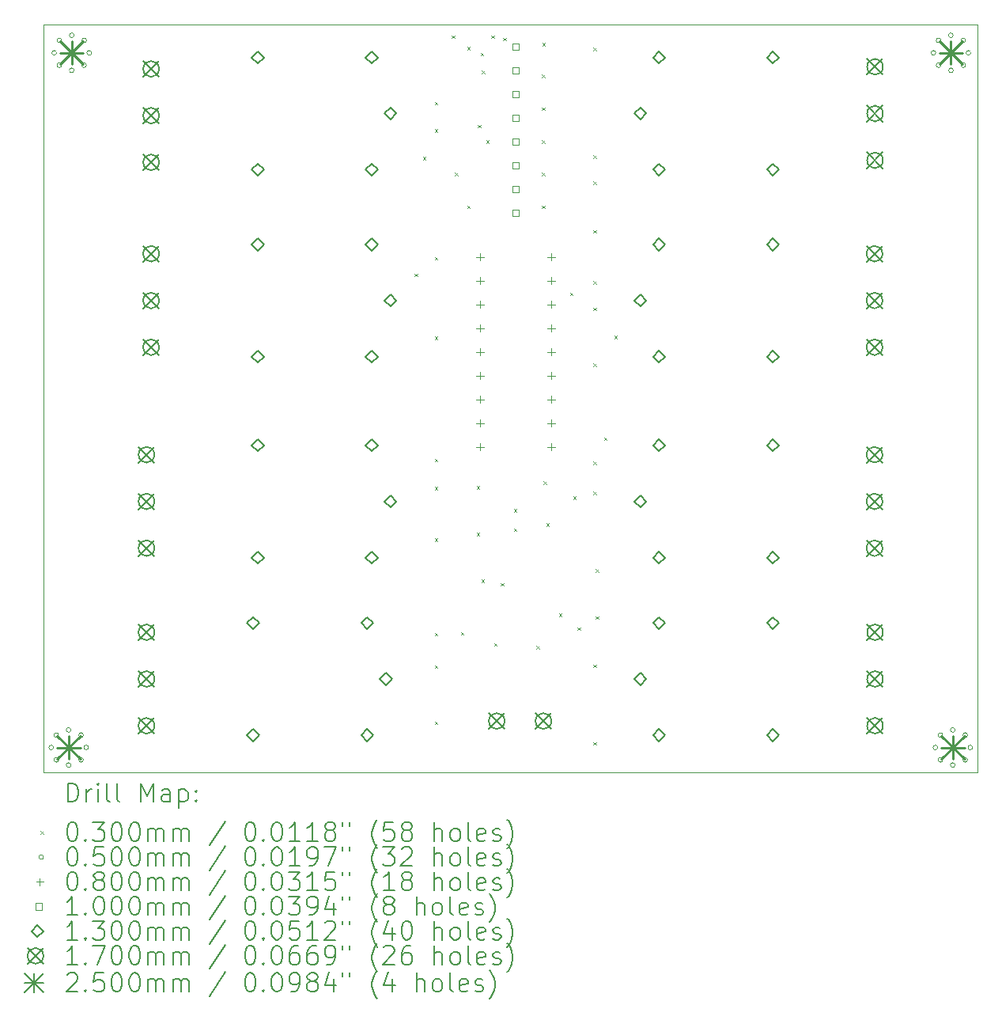
<source format=gbr>
%TF.GenerationSoftware,KiCad,Pcbnew,9.0.1*%
%TF.CreationDate,2025-07-11T18:37:43+05:30*%
%TF.ProjectId,relaymodule,72656c61-796d-46f6-9475-6c652e6b6963,rev?*%
%TF.SameCoordinates,Original*%
%TF.FileFunction,Drillmap*%
%TF.FilePolarity,Positive*%
%FSLAX45Y45*%
G04 Gerber Fmt 4.5, Leading zero omitted, Abs format (unit mm)*
G04 Created by KiCad (PCBNEW 9.0.1) date 2025-07-11 18:37:43*
%MOMM*%
%LPD*%
G01*
G04 APERTURE LIST*
%ADD10C,0.050000*%
%ADD11C,0.200000*%
%ADD12C,0.100000*%
%ADD13C,0.130000*%
%ADD14C,0.170000*%
%ADD15C,0.250000*%
G04 APERTURE END LIST*
D10*
X9868500Y-5938000D02*
X9868500Y-13938000D01*
X9868500Y-5938000D02*
X19868500Y-5938000D01*
X19868500Y-5938000D02*
X19868500Y-13938000D01*
X9868500Y-13938000D02*
X19868500Y-13938000D01*
D11*
D12*
X13840000Y-8598742D02*
X13870000Y-8628742D01*
X13870000Y-8598742D02*
X13840000Y-8628742D01*
X13927942Y-7352709D02*
X13957942Y-7382709D01*
X13957942Y-7352709D02*
X13927942Y-7382709D01*
X14053500Y-6763000D02*
X14083500Y-6793000D01*
X14083500Y-6763000D02*
X14053500Y-6793000D01*
X14053500Y-7053000D02*
X14083500Y-7083000D01*
X14083500Y-7053000D02*
X14053500Y-7083000D01*
X14053500Y-8423000D02*
X14083500Y-8453000D01*
X14083500Y-8423000D02*
X14053500Y-8453000D01*
X14053500Y-9273000D02*
X14083500Y-9303000D01*
X14083500Y-9273000D02*
X14053500Y-9303000D01*
X14053500Y-10583000D02*
X14083500Y-10613000D01*
X14083500Y-10583000D02*
X14053500Y-10613000D01*
X14053500Y-10883000D02*
X14083500Y-10913000D01*
X14083500Y-10883000D02*
X14053500Y-10913000D01*
X14053500Y-11433000D02*
X14083500Y-11463000D01*
X14083500Y-11433000D02*
X14053500Y-11463000D01*
X14053500Y-12443000D02*
X14083500Y-12473000D01*
X14083500Y-12443000D02*
X14053500Y-12473000D01*
X14053500Y-12793000D02*
X14083500Y-12823000D01*
X14083500Y-12793000D02*
X14053500Y-12823000D01*
X14053500Y-13393000D02*
X14083500Y-13423000D01*
X14083500Y-13393000D02*
X14053500Y-13423000D01*
X14235000Y-6050000D02*
X14265000Y-6080000D01*
X14265000Y-6050000D02*
X14235000Y-6080000D01*
X14272482Y-7520975D02*
X14302482Y-7550975D01*
X14302482Y-7520975D02*
X14272482Y-7550975D01*
X14335000Y-12435000D02*
X14365000Y-12465000D01*
X14365000Y-12435000D02*
X14335000Y-12465000D01*
X14403500Y-6173000D02*
X14433500Y-6203000D01*
X14433500Y-6173000D02*
X14403500Y-6203000D01*
X14403500Y-7873000D02*
X14433500Y-7903000D01*
X14433500Y-7873000D02*
X14403500Y-7903000D01*
X14503500Y-10873000D02*
X14533500Y-10903000D01*
X14533500Y-10873000D02*
X14503500Y-10903000D01*
X14503500Y-11373000D02*
X14533500Y-11403000D01*
X14533500Y-11373000D02*
X14503500Y-11403000D01*
X14517026Y-7008934D02*
X14547026Y-7038934D01*
X14547026Y-7008934D02*
X14517026Y-7038934D01*
X14544456Y-6239192D02*
X14574456Y-6269192D01*
X14574456Y-6239192D02*
X14544456Y-6269192D01*
X14553500Y-11873000D02*
X14583500Y-11903000D01*
X14583500Y-11873000D02*
X14553500Y-11903000D01*
X14558600Y-6428491D02*
X14588600Y-6458491D01*
X14588600Y-6428491D02*
X14558600Y-6458491D01*
X14603500Y-7173000D02*
X14633500Y-7203000D01*
X14633500Y-7173000D02*
X14603500Y-7203000D01*
X14658160Y-6050343D02*
X14688160Y-6080343D01*
X14688160Y-6050343D02*
X14658160Y-6080343D01*
X14690820Y-12554996D02*
X14720820Y-12584996D01*
X14720820Y-12554996D02*
X14690820Y-12584996D01*
X14761004Y-11910504D02*
X14791004Y-11940504D01*
X14791004Y-11910504D02*
X14761004Y-11940504D01*
X14785189Y-6076735D02*
X14815189Y-6106735D01*
X14815189Y-6076735D02*
X14785189Y-6106735D01*
X14899750Y-11119250D02*
X14929750Y-11149250D01*
X14929750Y-11119250D02*
X14899750Y-11149250D01*
X14899750Y-11326750D02*
X14929750Y-11356750D01*
X14929750Y-11326750D02*
X14899750Y-11356750D01*
X15145076Y-12585492D02*
X15175076Y-12615492D01*
X15175076Y-12585492D02*
X15145076Y-12615492D01*
X15203500Y-6473000D02*
X15233500Y-6503000D01*
X15233500Y-6473000D02*
X15203500Y-6503000D01*
X15203500Y-6823000D02*
X15233500Y-6853000D01*
X15233500Y-6823000D02*
X15203500Y-6853000D01*
X15203500Y-7173000D02*
X15233500Y-7203000D01*
X15233500Y-7173000D02*
X15203500Y-7203000D01*
X15203500Y-7523000D02*
X15233500Y-7553000D01*
X15233500Y-7523000D02*
X15203500Y-7553000D01*
X15203500Y-7873000D02*
X15233500Y-7903000D01*
X15233500Y-7873000D02*
X15203500Y-7903000D01*
X15205268Y-6131697D02*
X15235268Y-6161697D01*
X15235268Y-6131697D02*
X15205268Y-6161697D01*
X15220000Y-10823000D02*
X15250000Y-10853000D01*
X15250000Y-10823000D02*
X15220000Y-10853000D01*
X15250100Y-11273000D02*
X15280100Y-11303000D01*
X15280100Y-11273000D02*
X15250100Y-11303000D01*
X15385000Y-12235000D02*
X15415000Y-12265000D01*
X15415000Y-12235000D02*
X15385000Y-12265000D01*
X15503383Y-8803383D02*
X15533383Y-8833383D01*
X15533383Y-8803383D02*
X15503383Y-8833383D01*
X15535000Y-10985000D02*
X15565000Y-11015000D01*
X15565000Y-10985000D02*
X15535000Y-11015000D01*
X15585000Y-12385000D02*
X15615000Y-12415000D01*
X15615000Y-12385000D02*
X15585000Y-12415000D01*
X15753500Y-6183000D02*
X15783500Y-6213000D01*
X15783500Y-6183000D02*
X15753500Y-6213000D01*
X15753500Y-7333000D02*
X15783500Y-7363000D01*
X15783500Y-7333000D02*
X15753500Y-7363000D01*
X15753500Y-7613000D02*
X15783500Y-7643000D01*
X15783500Y-7613000D02*
X15753500Y-7643000D01*
X15753500Y-8133000D02*
X15783500Y-8163000D01*
X15783500Y-8133000D02*
X15753500Y-8163000D01*
X15753500Y-8683000D02*
X15783500Y-8713000D01*
X15783500Y-8683000D02*
X15753500Y-8713000D01*
X15753500Y-8963000D02*
X15783500Y-8993000D01*
X15783500Y-8963000D02*
X15753500Y-8993000D01*
X15753500Y-9563000D02*
X15783500Y-9593000D01*
X15783500Y-9563000D02*
X15753500Y-9593000D01*
X15753500Y-10613000D02*
X15783500Y-10643000D01*
X15783500Y-10613000D02*
X15753500Y-10643000D01*
X15753500Y-10933000D02*
X15783500Y-10963000D01*
X15783500Y-10933000D02*
X15753500Y-10963000D01*
X15753500Y-12783000D02*
X15783500Y-12813000D01*
X15783500Y-12783000D02*
X15753500Y-12813000D01*
X15753500Y-13613000D02*
X15783500Y-13643000D01*
X15783500Y-13613000D02*
X15753500Y-13643000D01*
X15780000Y-11763000D02*
X15810000Y-11793000D01*
X15810000Y-11763000D02*
X15780000Y-11793000D01*
X15780000Y-12267597D02*
X15810000Y-12297597D01*
X15810000Y-12267597D02*
X15780000Y-12297597D01*
X15867758Y-10351628D02*
X15897758Y-10381628D01*
X15897758Y-10351628D02*
X15867758Y-10381628D01*
X15978600Y-9266347D02*
X16008600Y-9296347D01*
X16008600Y-9266347D02*
X15978600Y-9296347D01*
X9973418Y-13670582D02*
G75*
G02*
X9923418Y-13670582I-25000J0D01*
G01*
X9923418Y-13670582D02*
G75*
G02*
X9973418Y-13670582I25000J0D01*
G01*
X10006000Y-6238000D02*
G75*
G02*
X9956000Y-6238000I-25000J0D01*
G01*
X9956000Y-6238000D02*
G75*
G02*
X10006000Y-6238000I25000J0D01*
G01*
X10028335Y-13538000D02*
G75*
G02*
X9978335Y-13538000I-25000J0D01*
G01*
X9978335Y-13538000D02*
G75*
G02*
X10028335Y-13538000I25000J0D01*
G01*
X10028335Y-13803165D02*
G75*
G02*
X9978335Y-13803165I-25000J0D01*
G01*
X9978335Y-13803165D02*
G75*
G02*
X10028335Y-13803165I25000J0D01*
G01*
X10060918Y-6105417D02*
G75*
G02*
X10010918Y-6105417I-25000J0D01*
G01*
X10010918Y-6105417D02*
G75*
G02*
X10060918Y-6105417I25000J0D01*
G01*
X10060918Y-6370582D02*
G75*
G02*
X10010918Y-6370582I-25000J0D01*
G01*
X10010918Y-6370582D02*
G75*
G02*
X10060918Y-6370582I25000J0D01*
G01*
X10160918Y-13483082D02*
G75*
G02*
X10110918Y-13483082I-25000J0D01*
G01*
X10110918Y-13483082D02*
G75*
G02*
X10160918Y-13483082I25000J0D01*
G01*
X10160918Y-13858082D02*
G75*
G02*
X10110918Y-13858082I-25000J0D01*
G01*
X10110918Y-13858082D02*
G75*
G02*
X10160918Y-13858082I25000J0D01*
G01*
X10193500Y-6050500D02*
G75*
G02*
X10143500Y-6050500I-25000J0D01*
G01*
X10143500Y-6050500D02*
G75*
G02*
X10193500Y-6050500I25000J0D01*
G01*
X10193500Y-6425500D02*
G75*
G02*
X10143500Y-6425500I-25000J0D01*
G01*
X10143500Y-6425500D02*
G75*
G02*
X10193500Y-6425500I25000J0D01*
G01*
X10293500Y-13538000D02*
G75*
G02*
X10243500Y-13538000I-25000J0D01*
G01*
X10243500Y-13538000D02*
G75*
G02*
X10293500Y-13538000I25000J0D01*
G01*
X10293500Y-13803165D02*
G75*
G02*
X10243500Y-13803165I-25000J0D01*
G01*
X10243500Y-13803165D02*
G75*
G02*
X10293500Y-13803165I25000J0D01*
G01*
X10326083Y-6105417D02*
G75*
G02*
X10276083Y-6105417I-25000J0D01*
G01*
X10276083Y-6105417D02*
G75*
G02*
X10326083Y-6105417I25000J0D01*
G01*
X10326083Y-6370582D02*
G75*
G02*
X10276083Y-6370582I-25000J0D01*
G01*
X10276083Y-6370582D02*
G75*
G02*
X10326083Y-6370582I25000J0D01*
G01*
X10348418Y-13670582D02*
G75*
G02*
X10298418Y-13670582I-25000J0D01*
G01*
X10298418Y-13670582D02*
G75*
G02*
X10348418Y-13670582I25000J0D01*
G01*
X10381000Y-6238000D02*
G75*
G02*
X10331000Y-6238000I-25000J0D01*
G01*
X10331000Y-6238000D02*
G75*
G02*
X10381000Y-6238000I25000J0D01*
G01*
X19418500Y-6238000D02*
G75*
G02*
X19368500Y-6238000I-25000J0D01*
G01*
X19368500Y-6238000D02*
G75*
G02*
X19418500Y-6238000I25000J0D01*
G01*
X19438583Y-13670582D02*
G75*
G02*
X19388583Y-13670582I-25000J0D01*
G01*
X19388583Y-13670582D02*
G75*
G02*
X19438583Y-13670582I25000J0D01*
G01*
X19473418Y-6105417D02*
G75*
G02*
X19423418Y-6105417I-25000J0D01*
G01*
X19423418Y-6105417D02*
G75*
G02*
X19473418Y-6105417I25000J0D01*
G01*
X19473418Y-6370582D02*
G75*
G02*
X19423418Y-6370582I-25000J0D01*
G01*
X19423418Y-6370582D02*
G75*
G02*
X19473418Y-6370582I25000J0D01*
G01*
X19493500Y-13538000D02*
G75*
G02*
X19443500Y-13538000I-25000J0D01*
G01*
X19443500Y-13538000D02*
G75*
G02*
X19493500Y-13538000I25000J0D01*
G01*
X19493500Y-13803165D02*
G75*
G02*
X19443500Y-13803165I-25000J0D01*
G01*
X19443500Y-13803165D02*
G75*
G02*
X19493500Y-13803165I25000J0D01*
G01*
X19606000Y-6050500D02*
G75*
G02*
X19556000Y-6050500I-25000J0D01*
G01*
X19556000Y-6050500D02*
G75*
G02*
X19606000Y-6050500I25000J0D01*
G01*
X19606000Y-6425500D02*
G75*
G02*
X19556000Y-6425500I-25000J0D01*
G01*
X19556000Y-6425500D02*
G75*
G02*
X19606000Y-6425500I25000J0D01*
G01*
X19626083Y-13483082D02*
G75*
G02*
X19576083Y-13483082I-25000J0D01*
G01*
X19576083Y-13483082D02*
G75*
G02*
X19626083Y-13483082I25000J0D01*
G01*
X19626083Y-13858082D02*
G75*
G02*
X19576083Y-13858082I-25000J0D01*
G01*
X19576083Y-13858082D02*
G75*
G02*
X19626083Y-13858082I25000J0D01*
G01*
X19738583Y-6105417D02*
G75*
G02*
X19688583Y-6105417I-25000J0D01*
G01*
X19688583Y-6105417D02*
G75*
G02*
X19738583Y-6105417I25000J0D01*
G01*
X19738583Y-6370582D02*
G75*
G02*
X19688583Y-6370582I-25000J0D01*
G01*
X19688583Y-6370582D02*
G75*
G02*
X19738583Y-6370582I25000J0D01*
G01*
X19758665Y-13538000D02*
G75*
G02*
X19708665Y-13538000I-25000J0D01*
G01*
X19708665Y-13538000D02*
G75*
G02*
X19758665Y-13538000I25000J0D01*
G01*
X19758665Y-13803165D02*
G75*
G02*
X19708665Y-13803165I-25000J0D01*
G01*
X19708665Y-13803165D02*
G75*
G02*
X19758665Y-13803165I25000J0D01*
G01*
X19793500Y-6238000D02*
G75*
G02*
X19743500Y-6238000I-25000J0D01*
G01*
X19743500Y-6238000D02*
G75*
G02*
X19793500Y-6238000I25000J0D01*
G01*
X19813583Y-13670582D02*
G75*
G02*
X19763583Y-13670582I-25000J0D01*
G01*
X19763583Y-13670582D02*
G75*
G02*
X19813583Y-13670582I25000J0D01*
G01*
X14538000Y-8382000D02*
X14538000Y-8462000D01*
X14498000Y-8422000D02*
X14578000Y-8422000D01*
X14538000Y-8636000D02*
X14538000Y-8716000D01*
X14498000Y-8676000D02*
X14578000Y-8676000D01*
X14538000Y-8890000D02*
X14538000Y-8970000D01*
X14498000Y-8930000D02*
X14578000Y-8930000D01*
X14538000Y-9144000D02*
X14538000Y-9224000D01*
X14498000Y-9184000D02*
X14578000Y-9184000D01*
X14538000Y-9398000D02*
X14538000Y-9478000D01*
X14498000Y-9438000D02*
X14578000Y-9438000D01*
X14538000Y-9652000D02*
X14538000Y-9732000D01*
X14498000Y-9692000D02*
X14578000Y-9692000D01*
X14538000Y-9906000D02*
X14538000Y-9986000D01*
X14498000Y-9946000D02*
X14578000Y-9946000D01*
X14538000Y-10160000D02*
X14538000Y-10240000D01*
X14498000Y-10200000D02*
X14578000Y-10200000D01*
X14538000Y-10414000D02*
X14538000Y-10494000D01*
X14498000Y-10454000D02*
X14578000Y-10454000D01*
X15300000Y-8382000D02*
X15300000Y-8462000D01*
X15260000Y-8422000D02*
X15340000Y-8422000D01*
X15300000Y-8636000D02*
X15300000Y-8716000D01*
X15260000Y-8676000D02*
X15340000Y-8676000D01*
X15300000Y-8890000D02*
X15300000Y-8970000D01*
X15260000Y-8930000D02*
X15340000Y-8930000D01*
X15300000Y-9144000D02*
X15300000Y-9224000D01*
X15260000Y-9184000D02*
X15340000Y-9184000D01*
X15300000Y-9398000D02*
X15300000Y-9478000D01*
X15260000Y-9438000D02*
X15340000Y-9438000D01*
X15300000Y-9652000D02*
X15300000Y-9732000D01*
X15260000Y-9692000D02*
X15340000Y-9692000D01*
X15300000Y-9906000D02*
X15300000Y-9986000D01*
X15260000Y-9946000D02*
X15340000Y-9946000D01*
X15300000Y-10160000D02*
X15300000Y-10240000D01*
X15260000Y-10200000D02*
X15340000Y-10200000D01*
X15300000Y-10414000D02*
X15300000Y-10494000D01*
X15260000Y-10454000D02*
X15340000Y-10454000D01*
X14953856Y-6207356D02*
X14953856Y-6136644D01*
X14883144Y-6136644D01*
X14883144Y-6207356D01*
X14953856Y-6207356D01*
X14953856Y-6461356D02*
X14953856Y-6390644D01*
X14883144Y-6390644D01*
X14883144Y-6461356D01*
X14953856Y-6461356D01*
X14953856Y-6715356D02*
X14953856Y-6644644D01*
X14883144Y-6644644D01*
X14883144Y-6715356D01*
X14953856Y-6715356D01*
X14953856Y-6969356D02*
X14953856Y-6898644D01*
X14883144Y-6898644D01*
X14883144Y-6969356D01*
X14953856Y-6969356D01*
X14953856Y-7223356D02*
X14953856Y-7152644D01*
X14883144Y-7152644D01*
X14883144Y-7223356D01*
X14953856Y-7223356D01*
X14953856Y-7477356D02*
X14953856Y-7406644D01*
X14883144Y-7406644D01*
X14883144Y-7477356D01*
X14953856Y-7477356D01*
X14953856Y-7731356D02*
X14953856Y-7660644D01*
X14883144Y-7660644D01*
X14883144Y-7731356D01*
X14953856Y-7731356D01*
X14953856Y-7985356D02*
X14953856Y-7914644D01*
X14883144Y-7914644D01*
X14883144Y-7985356D01*
X14953856Y-7985356D01*
D13*
X12111250Y-12403000D02*
X12176250Y-12338000D01*
X12111250Y-12273000D01*
X12046250Y-12338000D01*
X12111250Y-12403000D01*
X12111250Y-13603000D02*
X12176250Y-13538000D01*
X12111250Y-13473000D01*
X12046250Y-13538000D01*
X12111250Y-13603000D01*
X12161250Y-6353000D02*
X12226250Y-6288000D01*
X12161250Y-6223000D01*
X12096250Y-6288000D01*
X12161250Y-6353000D01*
X12161250Y-7553000D02*
X12226250Y-7488000D01*
X12161250Y-7423000D01*
X12096250Y-7488000D01*
X12161250Y-7553000D01*
X12161250Y-8353000D02*
X12226250Y-8288000D01*
X12161250Y-8223000D01*
X12096250Y-8288000D01*
X12161250Y-8353000D01*
X12161250Y-9553000D02*
X12226250Y-9488000D01*
X12161250Y-9423000D01*
X12096250Y-9488000D01*
X12161250Y-9553000D01*
X12161250Y-10503000D02*
X12226250Y-10438000D01*
X12161250Y-10373000D01*
X12096250Y-10438000D01*
X12161250Y-10503000D01*
X12161250Y-11703000D02*
X12226250Y-11638000D01*
X12161250Y-11573000D01*
X12096250Y-11638000D01*
X12161250Y-11703000D01*
X13331250Y-12403000D02*
X13396250Y-12338000D01*
X13331250Y-12273000D01*
X13266250Y-12338000D01*
X13331250Y-12403000D01*
X13331250Y-13603000D02*
X13396250Y-13538000D01*
X13331250Y-13473000D01*
X13266250Y-13538000D01*
X13331250Y-13603000D01*
X13381250Y-6353000D02*
X13446250Y-6288000D01*
X13381250Y-6223000D01*
X13316250Y-6288000D01*
X13381250Y-6353000D01*
X13381250Y-7553000D02*
X13446250Y-7488000D01*
X13381250Y-7423000D01*
X13316250Y-7488000D01*
X13381250Y-7553000D01*
X13381250Y-8353000D02*
X13446250Y-8288000D01*
X13381250Y-8223000D01*
X13316250Y-8288000D01*
X13381250Y-8353000D01*
X13381250Y-9553000D02*
X13446250Y-9488000D01*
X13381250Y-9423000D01*
X13316250Y-9488000D01*
X13381250Y-9553000D01*
X13381250Y-10503000D02*
X13446250Y-10438000D01*
X13381250Y-10373000D01*
X13316250Y-10438000D01*
X13381250Y-10503000D01*
X13381250Y-11703000D02*
X13446250Y-11638000D01*
X13381250Y-11573000D01*
X13316250Y-11638000D01*
X13381250Y-11703000D01*
X13531250Y-13003000D02*
X13596250Y-12938000D01*
X13531250Y-12873000D01*
X13466250Y-12938000D01*
X13531250Y-13003000D01*
X13581250Y-6953000D02*
X13646250Y-6888000D01*
X13581250Y-6823000D01*
X13516250Y-6888000D01*
X13581250Y-6953000D01*
X13581250Y-8953000D02*
X13646250Y-8888000D01*
X13581250Y-8823000D01*
X13516250Y-8888000D01*
X13581250Y-8953000D01*
X13581250Y-11103000D02*
X13646250Y-11038000D01*
X13581250Y-10973000D01*
X13516250Y-11038000D01*
X13581250Y-11103000D01*
X16255750Y-6953000D02*
X16320750Y-6888000D01*
X16255750Y-6823000D01*
X16190750Y-6888000D01*
X16255750Y-6953000D01*
X16255750Y-8953000D02*
X16320750Y-8888000D01*
X16255750Y-8823000D01*
X16190750Y-8888000D01*
X16255750Y-8953000D01*
X16255750Y-11103000D02*
X16320750Y-11038000D01*
X16255750Y-10973000D01*
X16190750Y-11038000D01*
X16255750Y-11103000D01*
X16255750Y-13003000D02*
X16320750Y-12938000D01*
X16255750Y-12873000D01*
X16190750Y-12938000D01*
X16255750Y-13003000D01*
X16455750Y-6353000D02*
X16520750Y-6288000D01*
X16455750Y-6223000D01*
X16390750Y-6288000D01*
X16455750Y-6353000D01*
X16455750Y-7553000D02*
X16520750Y-7488000D01*
X16455750Y-7423000D01*
X16390750Y-7488000D01*
X16455750Y-7553000D01*
X16455750Y-8353000D02*
X16520750Y-8288000D01*
X16455750Y-8223000D01*
X16390750Y-8288000D01*
X16455750Y-8353000D01*
X16455750Y-9553000D02*
X16520750Y-9488000D01*
X16455750Y-9423000D01*
X16390750Y-9488000D01*
X16455750Y-9553000D01*
X16455750Y-10503000D02*
X16520750Y-10438000D01*
X16455750Y-10373000D01*
X16390750Y-10438000D01*
X16455750Y-10503000D01*
X16455750Y-11703000D02*
X16520750Y-11638000D01*
X16455750Y-11573000D01*
X16390750Y-11638000D01*
X16455750Y-11703000D01*
X16455750Y-12403000D02*
X16520750Y-12338000D01*
X16455750Y-12273000D01*
X16390750Y-12338000D01*
X16455750Y-12403000D01*
X16455750Y-13603000D02*
X16520750Y-13538000D01*
X16455750Y-13473000D01*
X16390750Y-13538000D01*
X16455750Y-13603000D01*
X17675750Y-6353000D02*
X17740750Y-6288000D01*
X17675750Y-6223000D01*
X17610750Y-6288000D01*
X17675750Y-6353000D01*
X17675750Y-7553000D02*
X17740750Y-7488000D01*
X17675750Y-7423000D01*
X17610750Y-7488000D01*
X17675750Y-7553000D01*
X17675750Y-8353000D02*
X17740750Y-8288000D01*
X17675750Y-8223000D01*
X17610750Y-8288000D01*
X17675750Y-8353000D01*
X17675750Y-9553000D02*
X17740750Y-9488000D01*
X17675750Y-9423000D01*
X17610750Y-9488000D01*
X17675750Y-9553000D01*
X17675750Y-10503000D02*
X17740750Y-10438000D01*
X17675750Y-10373000D01*
X17610750Y-10438000D01*
X17675750Y-10503000D01*
X17675750Y-11703000D02*
X17740750Y-11638000D01*
X17675750Y-11573000D01*
X17610750Y-11638000D01*
X17675750Y-11703000D01*
X17675750Y-12403000D02*
X17740750Y-12338000D01*
X17675750Y-12273000D01*
X17610750Y-12338000D01*
X17675750Y-12403000D01*
X17675750Y-13603000D02*
X17740750Y-13538000D01*
X17675750Y-13473000D01*
X17610750Y-13538000D01*
X17675750Y-13603000D01*
D14*
X10883500Y-10453000D02*
X11053500Y-10623000D01*
X11053500Y-10453000D02*
X10883500Y-10623000D01*
X11053500Y-10538000D02*
G75*
G02*
X10883500Y-10538000I-85000J0D01*
G01*
X10883500Y-10538000D02*
G75*
G02*
X11053500Y-10538000I85000J0D01*
G01*
X10883500Y-10953000D02*
X11053500Y-11123000D01*
X11053500Y-10953000D02*
X10883500Y-11123000D01*
X11053500Y-11038000D02*
G75*
G02*
X10883500Y-11038000I-85000J0D01*
G01*
X10883500Y-11038000D02*
G75*
G02*
X11053500Y-11038000I85000J0D01*
G01*
X10883500Y-11453000D02*
X11053500Y-11623000D01*
X11053500Y-11453000D02*
X10883500Y-11623000D01*
X11053500Y-11538000D02*
G75*
G02*
X10883500Y-11538000I-85000J0D01*
G01*
X10883500Y-11538000D02*
G75*
G02*
X11053500Y-11538000I85000J0D01*
G01*
X10883500Y-12353000D02*
X11053500Y-12523000D01*
X11053500Y-12353000D02*
X10883500Y-12523000D01*
X11053500Y-12438000D02*
G75*
G02*
X10883500Y-12438000I-85000J0D01*
G01*
X10883500Y-12438000D02*
G75*
G02*
X11053500Y-12438000I85000J0D01*
G01*
X10883500Y-12853000D02*
X11053500Y-13023000D01*
X11053500Y-12853000D02*
X10883500Y-13023000D01*
X11053500Y-12938000D02*
G75*
G02*
X10883500Y-12938000I-85000J0D01*
G01*
X10883500Y-12938000D02*
G75*
G02*
X11053500Y-12938000I85000J0D01*
G01*
X10883500Y-13353000D02*
X11053500Y-13523000D01*
X11053500Y-13353000D02*
X10883500Y-13523000D01*
X11053500Y-13438000D02*
G75*
G02*
X10883500Y-13438000I-85000J0D01*
G01*
X10883500Y-13438000D02*
G75*
G02*
X11053500Y-13438000I85000J0D01*
G01*
X10933500Y-6325250D02*
X11103500Y-6495250D01*
X11103500Y-6325250D02*
X10933500Y-6495250D01*
X11103500Y-6410250D02*
G75*
G02*
X10933500Y-6410250I-85000J0D01*
G01*
X10933500Y-6410250D02*
G75*
G02*
X11103500Y-6410250I85000J0D01*
G01*
X10933500Y-6825250D02*
X11103500Y-6995250D01*
X11103500Y-6825250D02*
X10933500Y-6995250D01*
X11103500Y-6910250D02*
G75*
G02*
X10933500Y-6910250I-85000J0D01*
G01*
X10933500Y-6910250D02*
G75*
G02*
X11103500Y-6910250I85000J0D01*
G01*
X10933500Y-7325250D02*
X11103500Y-7495250D01*
X11103500Y-7325250D02*
X10933500Y-7495250D01*
X11103500Y-7410250D02*
G75*
G02*
X10933500Y-7410250I-85000J0D01*
G01*
X10933500Y-7410250D02*
G75*
G02*
X11103500Y-7410250I85000J0D01*
G01*
X10933500Y-8303000D02*
X11103500Y-8473000D01*
X11103500Y-8303000D02*
X10933500Y-8473000D01*
X11103500Y-8388000D02*
G75*
G02*
X10933500Y-8388000I-85000J0D01*
G01*
X10933500Y-8388000D02*
G75*
G02*
X11103500Y-8388000I85000J0D01*
G01*
X10933500Y-8803000D02*
X11103500Y-8973000D01*
X11103500Y-8803000D02*
X10933500Y-8973000D01*
X11103500Y-8888000D02*
G75*
G02*
X10933500Y-8888000I-85000J0D01*
G01*
X10933500Y-8888000D02*
G75*
G02*
X11103500Y-8888000I85000J0D01*
G01*
X10933500Y-9303000D02*
X11103500Y-9473000D01*
X11103500Y-9303000D02*
X10933500Y-9473000D01*
X11103500Y-9388000D02*
G75*
G02*
X10933500Y-9388000I-85000J0D01*
G01*
X10933500Y-9388000D02*
G75*
G02*
X11103500Y-9388000I85000J0D01*
G01*
X14633500Y-13303000D02*
X14803500Y-13473000D01*
X14803500Y-13303000D02*
X14633500Y-13473000D01*
X14803500Y-13388000D02*
G75*
G02*
X14633500Y-13388000I-85000J0D01*
G01*
X14633500Y-13388000D02*
G75*
G02*
X14803500Y-13388000I85000J0D01*
G01*
X15133500Y-13303000D02*
X15303500Y-13473000D01*
X15303500Y-13303000D02*
X15133500Y-13473000D01*
X15303500Y-13388000D02*
G75*
G02*
X15133500Y-13388000I-85000J0D01*
G01*
X15133500Y-13388000D02*
G75*
G02*
X15303500Y-13388000I85000J0D01*
G01*
X18678500Y-8303000D02*
X18848500Y-8473000D01*
X18848500Y-8303000D02*
X18678500Y-8473000D01*
X18848500Y-8388000D02*
G75*
G02*
X18678500Y-8388000I-85000J0D01*
G01*
X18678500Y-8388000D02*
G75*
G02*
X18848500Y-8388000I85000J0D01*
G01*
X18678500Y-8803000D02*
X18848500Y-8973000D01*
X18848500Y-8803000D02*
X18678500Y-8973000D01*
X18848500Y-8888000D02*
G75*
G02*
X18678500Y-8888000I-85000J0D01*
G01*
X18678500Y-8888000D02*
G75*
G02*
X18848500Y-8888000I85000J0D01*
G01*
X18678500Y-9303000D02*
X18848500Y-9473000D01*
X18848500Y-9303000D02*
X18678500Y-9473000D01*
X18848500Y-9388000D02*
G75*
G02*
X18678500Y-9388000I-85000J0D01*
G01*
X18678500Y-9388000D02*
G75*
G02*
X18848500Y-9388000I85000J0D01*
G01*
X18678500Y-10453000D02*
X18848500Y-10623000D01*
X18848500Y-10453000D02*
X18678500Y-10623000D01*
X18848500Y-10538000D02*
G75*
G02*
X18678500Y-10538000I-85000J0D01*
G01*
X18678500Y-10538000D02*
G75*
G02*
X18848500Y-10538000I85000J0D01*
G01*
X18678500Y-10953000D02*
X18848500Y-11123000D01*
X18848500Y-10953000D02*
X18678500Y-11123000D01*
X18848500Y-11038000D02*
G75*
G02*
X18678500Y-11038000I-85000J0D01*
G01*
X18678500Y-11038000D02*
G75*
G02*
X18848500Y-11038000I85000J0D01*
G01*
X18678500Y-11453000D02*
X18848500Y-11623000D01*
X18848500Y-11453000D02*
X18678500Y-11623000D01*
X18848500Y-11538000D02*
G75*
G02*
X18678500Y-11538000I-85000J0D01*
G01*
X18678500Y-11538000D02*
G75*
G02*
X18848500Y-11538000I85000J0D01*
G01*
X18683500Y-6303000D02*
X18853500Y-6473000D01*
X18853500Y-6303000D02*
X18683500Y-6473000D01*
X18853500Y-6388000D02*
G75*
G02*
X18683500Y-6388000I-85000J0D01*
G01*
X18683500Y-6388000D02*
G75*
G02*
X18853500Y-6388000I85000J0D01*
G01*
X18683500Y-6803000D02*
X18853500Y-6973000D01*
X18853500Y-6803000D02*
X18683500Y-6973000D01*
X18853500Y-6888000D02*
G75*
G02*
X18683500Y-6888000I-85000J0D01*
G01*
X18683500Y-6888000D02*
G75*
G02*
X18853500Y-6888000I85000J0D01*
G01*
X18683500Y-7303000D02*
X18853500Y-7473000D01*
X18853500Y-7303000D02*
X18683500Y-7473000D01*
X18853500Y-7388000D02*
G75*
G02*
X18683500Y-7388000I-85000J0D01*
G01*
X18683500Y-7388000D02*
G75*
G02*
X18853500Y-7388000I85000J0D01*
G01*
X18683500Y-12353000D02*
X18853500Y-12523000D01*
X18853500Y-12353000D02*
X18683500Y-12523000D01*
X18853500Y-12438000D02*
G75*
G02*
X18683500Y-12438000I-85000J0D01*
G01*
X18683500Y-12438000D02*
G75*
G02*
X18853500Y-12438000I85000J0D01*
G01*
X18683500Y-12853000D02*
X18853500Y-13023000D01*
X18853500Y-12853000D02*
X18683500Y-13023000D01*
X18853500Y-12938000D02*
G75*
G02*
X18683500Y-12938000I-85000J0D01*
G01*
X18683500Y-12938000D02*
G75*
G02*
X18853500Y-12938000I85000J0D01*
G01*
X18683500Y-13353000D02*
X18853500Y-13523000D01*
X18853500Y-13353000D02*
X18683500Y-13523000D01*
X18853500Y-13438000D02*
G75*
G02*
X18683500Y-13438000I-85000J0D01*
G01*
X18683500Y-13438000D02*
G75*
G02*
X18853500Y-13438000I85000J0D01*
G01*
D15*
X10010918Y-13545582D02*
X10260918Y-13795582D01*
X10260918Y-13545582D02*
X10010918Y-13795582D01*
X10135918Y-13545582D02*
X10135918Y-13795582D01*
X10010918Y-13670582D02*
X10260918Y-13670582D01*
X10043500Y-6113000D02*
X10293500Y-6363000D01*
X10293500Y-6113000D02*
X10043500Y-6363000D01*
X10168500Y-6113000D02*
X10168500Y-6363000D01*
X10043500Y-6238000D02*
X10293500Y-6238000D01*
X19456000Y-6113000D02*
X19706000Y-6363000D01*
X19706000Y-6113000D02*
X19456000Y-6363000D01*
X19581000Y-6113000D02*
X19581000Y-6363000D01*
X19456000Y-6238000D02*
X19706000Y-6238000D01*
X19476083Y-13545582D02*
X19726083Y-13795582D01*
X19726083Y-13545582D02*
X19476083Y-13795582D01*
X19601083Y-13545582D02*
X19601083Y-13795582D01*
X19476083Y-13670582D02*
X19726083Y-13670582D01*
D11*
X10126777Y-14251984D02*
X10126777Y-14051984D01*
X10126777Y-14051984D02*
X10174396Y-14051984D01*
X10174396Y-14051984D02*
X10202967Y-14061508D01*
X10202967Y-14061508D02*
X10222015Y-14080555D01*
X10222015Y-14080555D02*
X10231539Y-14099603D01*
X10231539Y-14099603D02*
X10241063Y-14137698D01*
X10241063Y-14137698D02*
X10241063Y-14166269D01*
X10241063Y-14166269D02*
X10231539Y-14204365D01*
X10231539Y-14204365D02*
X10222015Y-14223412D01*
X10222015Y-14223412D02*
X10202967Y-14242460D01*
X10202967Y-14242460D02*
X10174396Y-14251984D01*
X10174396Y-14251984D02*
X10126777Y-14251984D01*
X10326777Y-14251984D02*
X10326777Y-14118650D01*
X10326777Y-14156746D02*
X10336301Y-14137698D01*
X10336301Y-14137698D02*
X10345824Y-14128174D01*
X10345824Y-14128174D02*
X10364872Y-14118650D01*
X10364872Y-14118650D02*
X10383920Y-14118650D01*
X10450586Y-14251984D02*
X10450586Y-14118650D01*
X10450586Y-14051984D02*
X10441063Y-14061508D01*
X10441063Y-14061508D02*
X10450586Y-14071031D01*
X10450586Y-14071031D02*
X10460110Y-14061508D01*
X10460110Y-14061508D02*
X10450586Y-14051984D01*
X10450586Y-14051984D02*
X10450586Y-14071031D01*
X10574396Y-14251984D02*
X10555348Y-14242460D01*
X10555348Y-14242460D02*
X10545824Y-14223412D01*
X10545824Y-14223412D02*
X10545824Y-14051984D01*
X10679158Y-14251984D02*
X10660110Y-14242460D01*
X10660110Y-14242460D02*
X10650586Y-14223412D01*
X10650586Y-14223412D02*
X10650586Y-14051984D01*
X10907729Y-14251984D02*
X10907729Y-14051984D01*
X10907729Y-14051984D02*
X10974396Y-14194841D01*
X10974396Y-14194841D02*
X11041063Y-14051984D01*
X11041063Y-14051984D02*
X11041063Y-14251984D01*
X11222015Y-14251984D02*
X11222015Y-14147222D01*
X11222015Y-14147222D02*
X11212491Y-14128174D01*
X11212491Y-14128174D02*
X11193443Y-14118650D01*
X11193443Y-14118650D02*
X11155348Y-14118650D01*
X11155348Y-14118650D02*
X11136301Y-14128174D01*
X11222015Y-14242460D02*
X11202967Y-14251984D01*
X11202967Y-14251984D02*
X11155348Y-14251984D01*
X11155348Y-14251984D02*
X11136301Y-14242460D01*
X11136301Y-14242460D02*
X11126777Y-14223412D01*
X11126777Y-14223412D02*
X11126777Y-14204365D01*
X11126777Y-14204365D02*
X11136301Y-14185317D01*
X11136301Y-14185317D02*
X11155348Y-14175793D01*
X11155348Y-14175793D02*
X11202967Y-14175793D01*
X11202967Y-14175793D02*
X11222015Y-14166269D01*
X11317253Y-14118650D02*
X11317253Y-14318650D01*
X11317253Y-14128174D02*
X11336301Y-14118650D01*
X11336301Y-14118650D02*
X11374396Y-14118650D01*
X11374396Y-14118650D02*
X11393443Y-14128174D01*
X11393443Y-14128174D02*
X11402967Y-14137698D01*
X11402967Y-14137698D02*
X11412491Y-14156746D01*
X11412491Y-14156746D02*
X11412491Y-14213888D01*
X11412491Y-14213888D02*
X11402967Y-14232936D01*
X11402967Y-14232936D02*
X11393443Y-14242460D01*
X11393443Y-14242460D02*
X11374396Y-14251984D01*
X11374396Y-14251984D02*
X11336301Y-14251984D01*
X11336301Y-14251984D02*
X11317253Y-14242460D01*
X11498205Y-14232936D02*
X11507729Y-14242460D01*
X11507729Y-14242460D02*
X11498205Y-14251984D01*
X11498205Y-14251984D02*
X11488682Y-14242460D01*
X11488682Y-14242460D02*
X11498205Y-14232936D01*
X11498205Y-14232936D02*
X11498205Y-14251984D01*
X11498205Y-14128174D02*
X11507729Y-14137698D01*
X11507729Y-14137698D02*
X11498205Y-14147222D01*
X11498205Y-14147222D02*
X11488682Y-14137698D01*
X11488682Y-14137698D02*
X11498205Y-14128174D01*
X11498205Y-14128174D02*
X11498205Y-14147222D01*
D12*
X9836000Y-14565500D02*
X9866000Y-14595500D01*
X9866000Y-14565500D02*
X9836000Y-14595500D01*
D11*
X10164872Y-14471984D02*
X10183920Y-14471984D01*
X10183920Y-14471984D02*
X10202967Y-14481508D01*
X10202967Y-14481508D02*
X10212491Y-14491031D01*
X10212491Y-14491031D02*
X10222015Y-14510079D01*
X10222015Y-14510079D02*
X10231539Y-14548174D01*
X10231539Y-14548174D02*
X10231539Y-14595793D01*
X10231539Y-14595793D02*
X10222015Y-14633888D01*
X10222015Y-14633888D02*
X10212491Y-14652936D01*
X10212491Y-14652936D02*
X10202967Y-14662460D01*
X10202967Y-14662460D02*
X10183920Y-14671984D01*
X10183920Y-14671984D02*
X10164872Y-14671984D01*
X10164872Y-14671984D02*
X10145824Y-14662460D01*
X10145824Y-14662460D02*
X10136301Y-14652936D01*
X10136301Y-14652936D02*
X10126777Y-14633888D01*
X10126777Y-14633888D02*
X10117253Y-14595793D01*
X10117253Y-14595793D02*
X10117253Y-14548174D01*
X10117253Y-14548174D02*
X10126777Y-14510079D01*
X10126777Y-14510079D02*
X10136301Y-14491031D01*
X10136301Y-14491031D02*
X10145824Y-14481508D01*
X10145824Y-14481508D02*
X10164872Y-14471984D01*
X10317253Y-14652936D02*
X10326777Y-14662460D01*
X10326777Y-14662460D02*
X10317253Y-14671984D01*
X10317253Y-14671984D02*
X10307729Y-14662460D01*
X10307729Y-14662460D02*
X10317253Y-14652936D01*
X10317253Y-14652936D02*
X10317253Y-14671984D01*
X10393444Y-14471984D02*
X10517253Y-14471984D01*
X10517253Y-14471984D02*
X10450586Y-14548174D01*
X10450586Y-14548174D02*
X10479158Y-14548174D01*
X10479158Y-14548174D02*
X10498205Y-14557698D01*
X10498205Y-14557698D02*
X10507729Y-14567222D01*
X10507729Y-14567222D02*
X10517253Y-14586269D01*
X10517253Y-14586269D02*
X10517253Y-14633888D01*
X10517253Y-14633888D02*
X10507729Y-14652936D01*
X10507729Y-14652936D02*
X10498205Y-14662460D01*
X10498205Y-14662460D02*
X10479158Y-14671984D01*
X10479158Y-14671984D02*
X10422015Y-14671984D01*
X10422015Y-14671984D02*
X10402967Y-14662460D01*
X10402967Y-14662460D02*
X10393444Y-14652936D01*
X10641063Y-14471984D02*
X10660110Y-14471984D01*
X10660110Y-14471984D02*
X10679158Y-14481508D01*
X10679158Y-14481508D02*
X10688682Y-14491031D01*
X10688682Y-14491031D02*
X10698205Y-14510079D01*
X10698205Y-14510079D02*
X10707729Y-14548174D01*
X10707729Y-14548174D02*
X10707729Y-14595793D01*
X10707729Y-14595793D02*
X10698205Y-14633888D01*
X10698205Y-14633888D02*
X10688682Y-14652936D01*
X10688682Y-14652936D02*
X10679158Y-14662460D01*
X10679158Y-14662460D02*
X10660110Y-14671984D01*
X10660110Y-14671984D02*
X10641063Y-14671984D01*
X10641063Y-14671984D02*
X10622015Y-14662460D01*
X10622015Y-14662460D02*
X10612491Y-14652936D01*
X10612491Y-14652936D02*
X10602967Y-14633888D01*
X10602967Y-14633888D02*
X10593444Y-14595793D01*
X10593444Y-14595793D02*
X10593444Y-14548174D01*
X10593444Y-14548174D02*
X10602967Y-14510079D01*
X10602967Y-14510079D02*
X10612491Y-14491031D01*
X10612491Y-14491031D02*
X10622015Y-14481508D01*
X10622015Y-14481508D02*
X10641063Y-14471984D01*
X10831539Y-14471984D02*
X10850586Y-14471984D01*
X10850586Y-14471984D02*
X10869634Y-14481508D01*
X10869634Y-14481508D02*
X10879158Y-14491031D01*
X10879158Y-14491031D02*
X10888682Y-14510079D01*
X10888682Y-14510079D02*
X10898205Y-14548174D01*
X10898205Y-14548174D02*
X10898205Y-14595793D01*
X10898205Y-14595793D02*
X10888682Y-14633888D01*
X10888682Y-14633888D02*
X10879158Y-14652936D01*
X10879158Y-14652936D02*
X10869634Y-14662460D01*
X10869634Y-14662460D02*
X10850586Y-14671984D01*
X10850586Y-14671984D02*
X10831539Y-14671984D01*
X10831539Y-14671984D02*
X10812491Y-14662460D01*
X10812491Y-14662460D02*
X10802967Y-14652936D01*
X10802967Y-14652936D02*
X10793444Y-14633888D01*
X10793444Y-14633888D02*
X10783920Y-14595793D01*
X10783920Y-14595793D02*
X10783920Y-14548174D01*
X10783920Y-14548174D02*
X10793444Y-14510079D01*
X10793444Y-14510079D02*
X10802967Y-14491031D01*
X10802967Y-14491031D02*
X10812491Y-14481508D01*
X10812491Y-14481508D02*
X10831539Y-14471984D01*
X10983920Y-14671984D02*
X10983920Y-14538650D01*
X10983920Y-14557698D02*
X10993444Y-14548174D01*
X10993444Y-14548174D02*
X11012491Y-14538650D01*
X11012491Y-14538650D02*
X11041063Y-14538650D01*
X11041063Y-14538650D02*
X11060110Y-14548174D01*
X11060110Y-14548174D02*
X11069634Y-14567222D01*
X11069634Y-14567222D02*
X11069634Y-14671984D01*
X11069634Y-14567222D02*
X11079158Y-14548174D01*
X11079158Y-14548174D02*
X11098205Y-14538650D01*
X11098205Y-14538650D02*
X11126777Y-14538650D01*
X11126777Y-14538650D02*
X11145825Y-14548174D01*
X11145825Y-14548174D02*
X11155348Y-14567222D01*
X11155348Y-14567222D02*
X11155348Y-14671984D01*
X11250586Y-14671984D02*
X11250586Y-14538650D01*
X11250586Y-14557698D02*
X11260110Y-14548174D01*
X11260110Y-14548174D02*
X11279158Y-14538650D01*
X11279158Y-14538650D02*
X11307729Y-14538650D01*
X11307729Y-14538650D02*
X11326777Y-14548174D01*
X11326777Y-14548174D02*
X11336301Y-14567222D01*
X11336301Y-14567222D02*
X11336301Y-14671984D01*
X11336301Y-14567222D02*
X11345824Y-14548174D01*
X11345824Y-14548174D02*
X11364872Y-14538650D01*
X11364872Y-14538650D02*
X11393443Y-14538650D01*
X11393443Y-14538650D02*
X11412491Y-14548174D01*
X11412491Y-14548174D02*
X11422015Y-14567222D01*
X11422015Y-14567222D02*
X11422015Y-14671984D01*
X11812491Y-14462460D02*
X11641063Y-14719603D01*
X12069634Y-14471984D02*
X12088682Y-14471984D01*
X12088682Y-14471984D02*
X12107729Y-14481508D01*
X12107729Y-14481508D02*
X12117253Y-14491031D01*
X12117253Y-14491031D02*
X12126777Y-14510079D01*
X12126777Y-14510079D02*
X12136301Y-14548174D01*
X12136301Y-14548174D02*
X12136301Y-14595793D01*
X12136301Y-14595793D02*
X12126777Y-14633888D01*
X12126777Y-14633888D02*
X12117253Y-14652936D01*
X12117253Y-14652936D02*
X12107729Y-14662460D01*
X12107729Y-14662460D02*
X12088682Y-14671984D01*
X12088682Y-14671984D02*
X12069634Y-14671984D01*
X12069634Y-14671984D02*
X12050586Y-14662460D01*
X12050586Y-14662460D02*
X12041063Y-14652936D01*
X12041063Y-14652936D02*
X12031539Y-14633888D01*
X12031539Y-14633888D02*
X12022015Y-14595793D01*
X12022015Y-14595793D02*
X12022015Y-14548174D01*
X12022015Y-14548174D02*
X12031539Y-14510079D01*
X12031539Y-14510079D02*
X12041063Y-14491031D01*
X12041063Y-14491031D02*
X12050586Y-14481508D01*
X12050586Y-14481508D02*
X12069634Y-14471984D01*
X12222015Y-14652936D02*
X12231539Y-14662460D01*
X12231539Y-14662460D02*
X12222015Y-14671984D01*
X12222015Y-14671984D02*
X12212491Y-14662460D01*
X12212491Y-14662460D02*
X12222015Y-14652936D01*
X12222015Y-14652936D02*
X12222015Y-14671984D01*
X12355348Y-14471984D02*
X12374396Y-14471984D01*
X12374396Y-14471984D02*
X12393444Y-14481508D01*
X12393444Y-14481508D02*
X12402967Y-14491031D01*
X12402967Y-14491031D02*
X12412491Y-14510079D01*
X12412491Y-14510079D02*
X12422015Y-14548174D01*
X12422015Y-14548174D02*
X12422015Y-14595793D01*
X12422015Y-14595793D02*
X12412491Y-14633888D01*
X12412491Y-14633888D02*
X12402967Y-14652936D01*
X12402967Y-14652936D02*
X12393444Y-14662460D01*
X12393444Y-14662460D02*
X12374396Y-14671984D01*
X12374396Y-14671984D02*
X12355348Y-14671984D01*
X12355348Y-14671984D02*
X12336301Y-14662460D01*
X12336301Y-14662460D02*
X12326777Y-14652936D01*
X12326777Y-14652936D02*
X12317253Y-14633888D01*
X12317253Y-14633888D02*
X12307729Y-14595793D01*
X12307729Y-14595793D02*
X12307729Y-14548174D01*
X12307729Y-14548174D02*
X12317253Y-14510079D01*
X12317253Y-14510079D02*
X12326777Y-14491031D01*
X12326777Y-14491031D02*
X12336301Y-14481508D01*
X12336301Y-14481508D02*
X12355348Y-14471984D01*
X12612491Y-14671984D02*
X12498206Y-14671984D01*
X12555348Y-14671984D02*
X12555348Y-14471984D01*
X12555348Y-14471984D02*
X12536301Y-14500555D01*
X12536301Y-14500555D02*
X12517253Y-14519603D01*
X12517253Y-14519603D02*
X12498206Y-14529127D01*
X12802967Y-14671984D02*
X12688682Y-14671984D01*
X12745825Y-14671984D02*
X12745825Y-14471984D01*
X12745825Y-14471984D02*
X12726777Y-14500555D01*
X12726777Y-14500555D02*
X12707729Y-14519603D01*
X12707729Y-14519603D02*
X12688682Y-14529127D01*
X12917253Y-14557698D02*
X12898206Y-14548174D01*
X12898206Y-14548174D02*
X12888682Y-14538650D01*
X12888682Y-14538650D02*
X12879158Y-14519603D01*
X12879158Y-14519603D02*
X12879158Y-14510079D01*
X12879158Y-14510079D02*
X12888682Y-14491031D01*
X12888682Y-14491031D02*
X12898206Y-14481508D01*
X12898206Y-14481508D02*
X12917253Y-14471984D01*
X12917253Y-14471984D02*
X12955348Y-14471984D01*
X12955348Y-14471984D02*
X12974396Y-14481508D01*
X12974396Y-14481508D02*
X12983920Y-14491031D01*
X12983920Y-14491031D02*
X12993444Y-14510079D01*
X12993444Y-14510079D02*
X12993444Y-14519603D01*
X12993444Y-14519603D02*
X12983920Y-14538650D01*
X12983920Y-14538650D02*
X12974396Y-14548174D01*
X12974396Y-14548174D02*
X12955348Y-14557698D01*
X12955348Y-14557698D02*
X12917253Y-14557698D01*
X12917253Y-14557698D02*
X12898206Y-14567222D01*
X12898206Y-14567222D02*
X12888682Y-14576746D01*
X12888682Y-14576746D02*
X12879158Y-14595793D01*
X12879158Y-14595793D02*
X12879158Y-14633888D01*
X12879158Y-14633888D02*
X12888682Y-14652936D01*
X12888682Y-14652936D02*
X12898206Y-14662460D01*
X12898206Y-14662460D02*
X12917253Y-14671984D01*
X12917253Y-14671984D02*
X12955348Y-14671984D01*
X12955348Y-14671984D02*
X12974396Y-14662460D01*
X12974396Y-14662460D02*
X12983920Y-14652936D01*
X12983920Y-14652936D02*
X12993444Y-14633888D01*
X12993444Y-14633888D02*
X12993444Y-14595793D01*
X12993444Y-14595793D02*
X12983920Y-14576746D01*
X12983920Y-14576746D02*
X12974396Y-14567222D01*
X12974396Y-14567222D02*
X12955348Y-14557698D01*
X13069634Y-14471984D02*
X13069634Y-14510079D01*
X13145825Y-14471984D02*
X13145825Y-14510079D01*
X13441063Y-14748174D02*
X13431539Y-14738650D01*
X13431539Y-14738650D02*
X13412491Y-14710079D01*
X13412491Y-14710079D02*
X13402968Y-14691031D01*
X13402968Y-14691031D02*
X13393444Y-14662460D01*
X13393444Y-14662460D02*
X13383920Y-14614841D01*
X13383920Y-14614841D02*
X13383920Y-14576746D01*
X13383920Y-14576746D02*
X13393444Y-14529127D01*
X13393444Y-14529127D02*
X13402968Y-14500555D01*
X13402968Y-14500555D02*
X13412491Y-14481508D01*
X13412491Y-14481508D02*
X13431539Y-14452936D01*
X13431539Y-14452936D02*
X13441063Y-14443412D01*
X13612491Y-14471984D02*
X13517253Y-14471984D01*
X13517253Y-14471984D02*
X13507729Y-14567222D01*
X13507729Y-14567222D02*
X13517253Y-14557698D01*
X13517253Y-14557698D02*
X13536301Y-14548174D01*
X13536301Y-14548174D02*
X13583920Y-14548174D01*
X13583920Y-14548174D02*
X13602968Y-14557698D01*
X13602968Y-14557698D02*
X13612491Y-14567222D01*
X13612491Y-14567222D02*
X13622015Y-14586269D01*
X13622015Y-14586269D02*
X13622015Y-14633888D01*
X13622015Y-14633888D02*
X13612491Y-14652936D01*
X13612491Y-14652936D02*
X13602968Y-14662460D01*
X13602968Y-14662460D02*
X13583920Y-14671984D01*
X13583920Y-14671984D02*
X13536301Y-14671984D01*
X13536301Y-14671984D02*
X13517253Y-14662460D01*
X13517253Y-14662460D02*
X13507729Y-14652936D01*
X13736301Y-14557698D02*
X13717253Y-14548174D01*
X13717253Y-14548174D02*
X13707729Y-14538650D01*
X13707729Y-14538650D02*
X13698206Y-14519603D01*
X13698206Y-14519603D02*
X13698206Y-14510079D01*
X13698206Y-14510079D02*
X13707729Y-14491031D01*
X13707729Y-14491031D02*
X13717253Y-14481508D01*
X13717253Y-14481508D02*
X13736301Y-14471984D01*
X13736301Y-14471984D02*
X13774396Y-14471984D01*
X13774396Y-14471984D02*
X13793444Y-14481508D01*
X13793444Y-14481508D02*
X13802968Y-14491031D01*
X13802968Y-14491031D02*
X13812491Y-14510079D01*
X13812491Y-14510079D02*
X13812491Y-14519603D01*
X13812491Y-14519603D02*
X13802968Y-14538650D01*
X13802968Y-14538650D02*
X13793444Y-14548174D01*
X13793444Y-14548174D02*
X13774396Y-14557698D01*
X13774396Y-14557698D02*
X13736301Y-14557698D01*
X13736301Y-14557698D02*
X13717253Y-14567222D01*
X13717253Y-14567222D02*
X13707729Y-14576746D01*
X13707729Y-14576746D02*
X13698206Y-14595793D01*
X13698206Y-14595793D02*
X13698206Y-14633888D01*
X13698206Y-14633888D02*
X13707729Y-14652936D01*
X13707729Y-14652936D02*
X13717253Y-14662460D01*
X13717253Y-14662460D02*
X13736301Y-14671984D01*
X13736301Y-14671984D02*
X13774396Y-14671984D01*
X13774396Y-14671984D02*
X13793444Y-14662460D01*
X13793444Y-14662460D02*
X13802968Y-14652936D01*
X13802968Y-14652936D02*
X13812491Y-14633888D01*
X13812491Y-14633888D02*
X13812491Y-14595793D01*
X13812491Y-14595793D02*
X13802968Y-14576746D01*
X13802968Y-14576746D02*
X13793444Y-14567222D01*
X13793444Y-14567222D02*
X13774396Y-14557698D01*
X14050587Y-14671984D02*
X14050587Y-14471984D01*
X14136301Y-14671984D02*
X14136301Y-14567222D01*
X14136301Y-14567222D02*
X14126777Y-14548174D01*
X14126777Y-14548174D02*
X14107730Y-14538650D01*
X14107730Y-14538650D02*
X14079158Y-14538650D01*
X14079158Y-14538650D02*
X14060110Y-14548174D01*
X14060110Y-14548174D02*
X14050587Y-14557698D01*
X14260110Y-14671984D02*
X14241063Y-14662460D01*
X14241063Y-14662460D02*
X14231539Y-14652936D01*
X14231539Y-14652936D02*
X14222015Y-14633888D01*
X14222015Y-14633888D02*
X14222015Y-14576746D01*
X14222015Y-14576746D02*
X14231539Y-14557698D01*
X14231539Y-14557698D02*
X14241063Y-14548174D01*
X14241063Y-14548174D02*
X14260110Y-14538650D01*
X14260110Y-14538650D02*
X14288682Y-14538650D01*
X14288682Y-14538650D02*
X14307730Y-14548174D01*
X14307730Y-14548174D02*
X14317253Y-14557698D01*
X14317253Y-14557698D02*
X14326777Y-14576746D01*
X14326777Y-14576746D02*
X14326777Y-14633888D01*
X14326777Y-14633888D02*
X14317253Y-14652936D01*
X14317253Y-14652936D02*
X14307730Y-14662460D01*
X14307730Y-14662460D02*
X14288682Y-14671984D01*
X14288682Y-14671984D02*
X14260110Y-14671984D01*
X14441063Y-14671984D02*
X14422015Y-14662460D01*
X14422015Y-14662460D02*
X14412491Y-14643412D01*
X14412491Y-14643412D02*
X14412491Y-14471984D01*
X14593444Y-14662460D02*
X14574396Y-14671984D01*
X14574396Y-14671984D02*
X14536301Y-14671984D01*
X14536301Y-14671984D02*
X14517253Y-14662460D01*
X14517253Y-14662460D02*
X14507730Y-14643412D01*
X14507730Y-14643412D02*
X14507730Y-14567222D01*
X14507730Y-14567222D02*
X14517253Y-14548174D01*
X14517253Y-14548174D02*
X14536301Y-14538650D01*
X14536301Y-14538650D02*
X14574396Y-14538650D01*
X14574396Y-14538650D02*
X14593444Y-14548174D01*
X14593444Y-14548174D02*
X14602968Y-14567222D01*
X14602968Y-14567222D02*
X14602968Y-14586269D01*
X14602968Y-14586269D02*
X14507730Y-14605317D01*
X14679158Y-14662460D02*
X14698206Y-14671984D01*
X14698206Y-14671984D02*
X14736301Y-14671984D01*
X14736301Y-14671984D02*
X14755349Y-14662460D01*
X14755349Y-14662460D02*
X14764872Y-14643412D01*
X14764872Y-14643412D02*
X14764872Y-14633888D01*
X14764872Y-14633888D02*
X14755349Y-14614841D01*
X14755349Y-14614841D02*
X14736301Y-14605317D01*
X14736301Y-14605317D02*
X14707730Y-14605317D01*
X14707730Y-14605317D02*
X14688682Y-14595793D01*
X14688682Y-14595793D02*
X14679158Y-14576746D01*
X14679158Y-14576746D02*
X14679158Y-14567222D01*
X14679158Y-14567222D02*
X14688682Y-14548174D01*
X14688682Y-14548174D02*
X14707730Y-14538650D01*
X14707730Y-14538650D02*
X14736301Y-14538650D01*
X14736301Y-14538650D02*
X14755349Y-14548174D01*
X14831539Y-14748174D02*
X14841063Y-14738650D01*
X14841063Y-14738650D02*
X14860111Y-14710079D01*
X14860111Y-14710079D02*
X14869634Y-14691031D01*
X14869634Y-14691031D02*
X14879158Y-14662460D01*
X14879158Y-14662460D02*
X14888682Y-14614841D01*
X14888682Y-14614841D02*
X14888682Y-14576746D01*
X14888682Y-14576746D02*
X14879158Y-14529127D01*
X14879158Y-14529127D02*
X14869634Y-14500555D01*
X14869634Y-14500555D02*
X14860111Y-14481508D01*
X14860111Y-14481508D02*
X14841063Y-14452936D01*
X14841063Y-14452936D02*
X14831539Y-14443412D01*
D12*
X9866000Y-14844500D02*
G75*
G02*
X9816000Y-14844500I-25000J0D01*
G01*
X9816000Y-14844500D02*
G75*
G02*
X9866000Y-14844500I25000J0D01*
G01*
D11*
X10164872Y-14735984D02*
X10183920Y-14735984D01*
X10183920Y-14735984D02*
X10202967Y-14745508D01*
X10202967Y-14745508D02*
X10212491Y-14755031D01*
X10212491Y-14755031D02*
X10222015Y-14774079D01*
X10222015Y-14774079D02*
X10231539Y-14812174D01*
X10231539Y-14812174D02*
X10231539Y-14859793D01*
X10231539Y-14859793D02*
X10222015Y-14897888D01*
X10222015Y-14897888D02*
X10212491Y-14916936D01*
X10212491Y-14916936D02*
X10202967Y-14926460D01*
X10202967Y-14926460D02*
X10183920Y-14935984D01*
X10183920Y-14935984D02*
X10164872Y-14935984D01*
X10164872Y-14935984D02*
X10145824Y-14926460D01*
X10145824Y-14926460D02*
X10136301Y-14916936D01*
X10136301Y-14916936D02*
X10126777Y-14897888D01*
X10126777Y-14897888D02*
X10117253Y-14859793D01*
X10117253Y-14859793D02*
X10117253Y-14812174D01*
X10117253Y-14812174D02*
X10126777Y-14774079D01*
X10126777Y-14774079D02*
X10136301Y-14755031D01*
X10136301Y-14755031D02*
X10145824Y-14745508D01*
X10145824Y-14745508D02*
X10164872Y-14735984D01*
X10317253Y-14916936D02*
X10326777Y-14926460D01*
X10326777Y-14926460D02*
X10317253Y-14935984D01*
X10317253Y-14935984D02*
X10307729Y-14926460D01*
X10307729Y-14926460D02*
X10317253Y-14916936D01*
X10317253Y-14916936D02*
X10317253Y-14935984D01*
X10507729Y-14735984D02*
X10412491Y-14735984D01*
X10412491Y-14735984D02*
X10402967Y-14831222D01*
X10402967Y-14831222D02*
X10412491Y-14821698D01*
X10412491Y-14821698D02*
X10431539Y-14812174D01*
X10431539Y-14812174D02*
X10479158Y-14812174D01*
X10479158Y-14812174D02*
X10498205Y-14821698D01*
X10498205Y-14821698D02*
X10507729Y-14831222D01*
X10507729Y-14831222D02*
X10517253Y-14850269D01*
X10517253Y-14850269D02*
X10517253Y-14897888D01*
X10517253Y-14897888D02*
X10507729Y-14916936D01*
X10507729Y-14916936D02*
X10498205Y-14926460D01*
X10498205Y-14926460D02*
X10479158Y-14935984D01*
X10479158Y-14935984D02*
X10431539Y-14935984D01*
X10431539Y-14935984D02*
X10412491Y-14926460D01*
X10412491Y-14926460D02*
X10402967Y-14916936D01*
X10641063Y-14735984D02*
X10660110Y-14735984D01*
X10660110Y-14735984D02*
X10679158Y-14745508D01*
X10679158Y-14745508D02*
X10688682Y-14755031D01*
X10688682Y-14755031D02*
X10698205Y-14774079D01*
X10698205Y-14774079D02*
X10707729Y-14812174D01*
X10707729Y-14812174D02*
X10707729Y-14859793D01*
X10707729Y-14859793D02*
X10698205Y-14897888D01*
X10698205Y-14897888D02*
X10688682Y-14916936D01*
X10688682Y-14916936D02*
X10679158Y-14926460D01*
X10679158Y-14926460D02*
X10660110Y-14935984D01*
X10660110Y-14935984D02*
X10641063Y-14935984D01*
X10641063Y-14935984D02*
X10622015Y-14926460D01*
X10622015Y-14926460D02*
X10612491Y-14916936D01*
X10612491Y-14916936D02*
X10602967Y-14897888D01*
X10602967Y-14897888D02*
X10593444Y-14859793D01*
X10593444Y-14859793D02*
X10593444Y-14812174D01*
X10593444Y-14812174D02*
X10602967Y-14774079D01*
X10602967Y-14774079D02*
X10612491Y-14755031D01*
X10612491Y-14755031D02*
X10622015Y-14745508D01*
X10622015Y-14745508D02*
X10641063Y-14735984D01*
X10831539Y-14735984D02*
X10850586Y-14735984D01*
X10850586Y-14735984D02*
X10869634Y-14745508D01*
X10869634Y-14745508D02*
X10879158Y-14755031D01*
X10879158Y-14755031D02*
X10888682Y-14774079D01*
X10888682Y-14774079D02*
X10898205Y-14812174D01*
X10898205Y-14812174D02*
X10898205Y-14859793D01*
X10898205Y-14859793D02*
X10888682Y-14897888D01*
X10888682Y-14897888D02*
X10879158Y-14916936D01*
X10879158Y-14916936D02*
X10869634Y-14926460D01*
X10869634Y-14926460D02*
X10850586Y-14935984D01*
X10850586Y-14935984D02*
X10831539Y-14935984D01*
X10831539Y-14935984D02*
X10812491Y-14926460D01*
X10812491Y-14926460D02*
X10802967Y-14916936D01*
X10802967Y-14916936D02*
X10793444Y-14897888D01*
X10793444Y-14897888D02*
X10783920Y-14859793D01*
X10783920Y-14859793D02*
X10783920Y-14812174D01*
X10783920Y-14812174D02*
X10793444Y-14774079D01*
X10793444Y-14774079D02*
X10802967Y-14755031D01*
X10802967Y-14755031D02*
X10812491Y-14745508D01*
X10812491Y-14745508D02*
X10831539Y-14735984D01*
X10983920Y-14935984D02*
X10983920Y-14802650D01*
X10983920Y-14821698D02*
X10993444Y-14812174D01*
X10993444Y-14812174D02*
X11012491Y-14802650D01*
X11012491Y-14802650D02*
X11041063Y-14802650D01*
X11041063Y-14802650D02*
X11060110Y-14812174D01*
X11060110Y-14812174D02*
X11069634Y-14831222D01*
X11069634Y-14831222D02*
X11069634Y-14935984D01*
X11069634Y-14831222D02*
X11079158Y-14812174D01*
X11079158Y-14812174D02*
X11098205Y-14802650D01*
X11098205Y-14802650D02*
X11126777Y-14802650D01*
X11126777Y-14802650D02*
X11145825Y-14812174D01*
X11145825Y-14812174D02*
X11155348Y-14831222D01*
X11155348Y-14831222D02*
X11155348Y-14935984D01*
X11250586Y-14935984D02*
X11250586Y-14802650D01*
X11250586Y-14821698D02*
X11260110Y-14812174D01*
X11260110Y-14812174D02*
X11279158Y-14802650D01*
X11279158Y-14802650D02*
X11307729Y-14802650D01*
X11307729Y-14802650D02*
X11326777Y-14812174D01*
X11326777Y-14812174D02*
X11336301Y-14831222D01*
X11336301Y-14831222D02*
X11336301Y-14935984D01*
X11336301Y-14831222D02*
X11345824Y-14812174D01*
X11345824Y-14812174D02*
X11364872Y-14802650D01*
X11364872Y-14802650D02*
X11393443Y-14802650D01*
X11393443Y-14802650D02*
X11412491Y-14812174D01*
X11412491Y-14812174D02*
X11422015Y-14831222D01*
X11422015Y-14831222D02*
X11422015Y-14935984D01*
X11812491Y-14726460D02*
X11641063Y-14983603D01*
X12069634Y-14735984D02*
X12088682Y-14735984D01*
X12088682Y-14735984D02*
X12107729Y-14745508D01*
X12107729Y-14745508D02*
X12117253Y-14755031D01*
X12117253Y-14755031D02*
X12126777Y-14774079D01*
X12126777Y-14774079D02*
X12136301Y-14812174D01*
X12136301Y-14812174D02*
X12136301Y-14859793D01*
X12136301Y-14859793D02*
X12126777Y-14897888D01*
X12126777Y-14897888D02*
X12117253Y-14916936D01*
X12117253Y-14916936D02*
X12107729Y-14926460D01*
X12107729Y-14926460D02*
X12088682Y-14935984D01*
X12088682Y-14935984D02*
X12069634Y-14935984D01*
X12069634Y-14935984D02*
X12050586Y-14926460D01*
X12050586Y-14926460D02*
X12041063Y-14916936D01*
X12041063Y-14916936D02*
X12031539Y-14897888D01*
X12031539Y-14897888D02*
X12022015Y-14859793D01*
X12022015Y-14859793D02*
X12022015Y-14812174D01*
X12022015Y-14812174D02*
X12031539Y-14774079D01*
X12031539Y-14774079D02*
X12041063Y-14755031D01*
X12041063Y-14755031D02*
X12050586Y-14745508D01*
X12050586Y-14745508D02*
X12069634Y-14735984D01*
X12222015Y-14916936D02*
X12231539Y-14926460D01*
X12231539Y-14926460D02*
X12222015Y-14935984D01*
X12222015Y-14935984D02*
X12212491Y-14926460D01*
X12212491Y-14926460D02*
X12222015Y-14916936D01*
X12222015Y-14916936D02*
X12222015Y-14935984D01*
X12355348Y-14735984D02*
X12374396Y-14735984D01*
X12374396Y-14735984D02*
X12393444Y-14745508D01*
X12393444Y-14745508D02*
X12402967Y-14755031D01*
X12402967Y-14755031D02*
X12412491Y-14774079D01*
X12412491Y-14774079D02*
X12422015Y-14812174D01*
X12422015Y-14812174D02*
X12422015Y-14859793D01*
X12422015Y-14859793D02*
X12412491Y-14897888D01*
X12412491Y-14897888D02*
X12402967Y-14916936D01*
X12402967Y-14916936D02*
X12393444Y-14926460D01*
X12393444Y-14926460D02*
X12374396Y-14935984D01*
X12374396Y-14935984D02*
X12355348Y-14935984D01*
X12355348Y-14935984D02*
X12336301Y-14926460D01*
X12336301Y-14926460D02*
X12326777Y-14916936D01*
X12326777Y-14916936D02*
X12317253Y-14897888D01*
X12317253Y-14897888D02*
X12307729Y-14859793D01*
X12307729Y-14859793D02*
X12307729Y-14812174D01*
X12307729Y-14812174D02*
X12317253Y-14774079D01*
X12317253Y-14774079D02*
X12326777Y-14755031D01*
X12326777Y-14755031D02*
X12336301Y-14745508D01*
X12336301Y-14745508D02*
X12355348Y-14735984D01*
X12612491Y-14935984D02*
X12498206Y-14935984D01*
X12555348Y-14935984D02*
X12555348Y-14735984D01*
X12555348Y-14735984D02*
X12536301Y-14764555D01*
X12536301Y-14764555D02*
X12517253Y-14783603D01*
X12517253Y-14783603D02*
X12498206Y-14793127D01*
X12707729Y-14935984D02*
X12745825Y-14935984D01*
X12745825Y-14935984D02*
X12764872Y-14926460D01*
X12764872Y-14926460D02*
X12774396Y-14916936D01*
X12774396Y-14916936D02*
X12793444Y-14888365D01*
X12793444Y-14888365D02*
X12802967Y-14850269D01*
X12802967Y-14850269D02*
X12802967Y-14774079D01*
X12802967Y-14774079D02*
X12793444Y-14755031D01*
X12793444Y-14755031D02*
X12783920Y-14745508D01*
X12783920Y-14745508D02*
X12764872Y-14735984D01*
X12764872Y-14735984D02*
X12726777Y-14735984D01*
X12726777Y-14735984D02*
X12707729Y-14745508D01*
X12707729Y-14745508D02*
X12698206Y-14755031D01*
X12698206Y-14755031D02*
X12688682Y-14774079D01*
X12688682Y-14774079D02*
X12688682Y-14821698D01*
X12688682Y-14821698D02*
X12698206Y-14840746D01*
X12698206Y-14840746D02*
X12707729Y-14850269D01*
X12707729Y-14850269D02*
X12726777Y-14859793D01*
X12726777Y-14859793D02*
X12764872Y-14859793D01*
X12764872Y-14859793D02*
X12783920Y-14850269D01*
X12783920Y-14850269D02*
X12793444Y-14840746D01*
X12793444Y-14840746D02*
X12802967Y-14821698D01*
X12869634Y-14735984D02*
X13002967Y-14735984D01*
X13002967Y-14735984D02*
X12917253Y-14935984D01*
X13069634Y-14735984D02*
X13069634Y-14774079D01*
X13145825Y-14735984D02*
X13145825Y-14774079D01*
X13441063Y-15012174D02*
X13431539Y-15002650D01*
X13431539Y-15002650D02*
X13412491Y-14974079D01*
X13412491Y-14974079D02*
X13402968Y-14955031D01*
X13402968Y-14955031D02*
X13393444Y-14926460D01*
X13393444Y-14926460D02*
X13383920Y-14878841D01*
X13383920Y-14878841D02*
X13383920Y-14840746D01*
X13383920Y-14840746D02*
X13393444Y-14793127D01*
X13393444Y-14793127D02*
X13402968Y-14764555D01*
X13402968Y-14764555D02*
X13412491Y-14745508D01*
X13412491Y-14745508D02*
X13431539Y-14716936D01*
X13431539Y-14716936D02*
X13441063Y-14707412D01*
X13498206Y-14735984D02*
X13622015Y-14735984D01*
X13622015Y-14735984D02*
X13555348Y-14812174D01*
X13555348Y-14812174D02*
X13583920Y-14812174D01*
X13583920Y-14812174D02*
X13602968Y-14821698D01*
X13602968Y-14821698D02*
X13612491Y-14831222D01*
X13612491Y-14831222D02*
X13622015Y-14850269D01*
X13622015Y-14850269D02*
X13622015Y-14897888D01*
X13622015Y-14897888D02*
X13612491Y-14916936D01*
X13612491Y-14916936D02*
X13602968Y-14926460D01*
X13602968Y-14926460D02*
X13583920Y-14935984D01*
X13583920Y-14935984D02*
X13526777Y-14935984D01*
X13526777Y-14935984D02*
X13507729Y-14926460D01*
X13507729Y-14926460D02*
X13498206Y-14916936D01*
X13698206Y-14755031D02*
X13707729Y-14745508D01*
X13707729Y-14745508D02*
X13726777Y-14735984D01*
X13726777Y-14735984D02*
X13774396Y-14735984D01*
X13774396Y-14735984D02*
X13793444Y-14745508D01*
X13793444Y-14745508D02*
X13802968Y-14755031D01*
X13802968Y-14755031D02*
X13812491Y-14774079D01*
X13812491Y-14774079D02*
X13812491Y-14793127D01*
X13812491Y-14793127D02*
X13802968Y-14821698D01*
X13802968Y-14821698D02*
X13688682Y-14935984D01*
X13688682Y-14935984D02*
X13812491Y-14935984D01*
X14050587Y-14935984D02*
X14050587Y-14735984D01*
X14136301Y-14935984D02*
X14136301Y-14831222D01*
X14136301Y-14831222D02*
X14126777Y-14812174D01*
X14126777Y-14812174D02*
X14107730Y-14802650D01*
X14107730Y-14802650D02*
X14079158Y-14802650D01*
X14079158Y-14802650D02*
X14060110Y-14812174D01*
X14060110Y-14812174D02*
X14050587Y-14821698D01*
X14260110Y-14935984D02*
X14241063Y-14926460D01*
X14241063Y-14926460D02*
X14231539Y-14916936D01*
X14231539Y-14916936D02*
X14222015Y-14897888D01*
X14222015Y-14897888D02*
X14222015Y-14840746D01*
X14222015Y-14840746D02*
X14231539Y-14821698D01*
X14231539Y-14821698D02*
X14241063Y-14812174D01*
X14241063Y-14812174D02*
X14260110Y-14802650D01*
X14260110Y-14802650D02*
X14288682Y-14802650D01*
X14288682Y-14802650D02*
X14307730Y-14812174D01*
X14307730Y-14812174D02*
X14317253Y-14821698D01*
X14317253Y-14821698D02*
X14326777Y-14840746D01*
X14326777Y-14840746D02*
X14326777Y-14897888D01*
X14326777Y-14897888D02*
X14317253Y-14916936D01*
X14317253Y-14916936D02*
X14307730Y-14926460D01*
X14307730Y-14926460D02*
X14288682Y-14935984D01*
X14288682Y-14935984D02*
X14260110Y-14935984D01*
X14441063Y-14935984D02*
X14422015Y-14926460D01*
X14422015Y-14926460D02*
X14412491Y-14907412D01*
X14412491Y-14907412D02*
X14412491Y-14735984D01*
X14593444Y-14926460D02*
X14574396Y-14935984D01*
X14574396Y-14935984D02*
X14536301Y-14935984D01*
X14536301Y-14935984D02*
X14517253Y-14926460D01*
X14517253Y-14926460D02*
X14507730Y-14907412D01*
X14507730Y-14907412D02*
X14507730Y-14831222D01*
X14507730Y-14831222D02*
X14517253Y-14812174D01*
X14517253Y-14812174D02*
X14536301Y-14802650D01*
X14536301Y-14802650D02*
X14574396Y-14802650D01*
X14574396Y-14802650D02*
X14593444Y-14812174D01*
X14593444Y-14812174D02*
X14602968Y-14831222D01*
X14602968Y-14831222D02*
X14602968Y-14850269D01*
X14602968Y-14850269D02*
X14507730Y-14869317D01*
X14679158Y-14926460D02*
X14698206Y-14935984D01*
X14698206Y-14935984D02*
X14736301Y-14935984D01*
X14736301Y-14935984D02*
X14755349Y-14926460D01*
X14755349Y-14926460D02*
X14764872Y-14907412D01*
X14764872Y-14907412D02*
X14764872Y-14897888D01*
X14764872Y-14897888D02*
X14755349Y-14878841D01*
X14755349Y-14878841D02*
X14736301Y-14869317D01*
X14736301Y-14869317D02*
X14707730Y-14869317D01*
X14707730Y-14869317D02*
X14688682Y-14859793D01*
X14688682Y-14859793D02*
X14679158Y-14840746D01*
X14679158Y-14840746D02*
X14679158Y-14831222D01*
X14679158Y-14831222D02*
X14688682Y-14812174D01*
X14688682Y-14812174D02*
X14707730Y-14802650D01*
X14707730Y-14802650D02*
X14736301Y-14802650D01*
X14736301Y-14802650D02*
X14755349Y-14812174D01*
X14831539Y-15012174D02*
X14841063Y-15002650D01*
X14841063Y-15002650D02*
X14860111Y-14974079D01*
X14860111Y-14974079D02*
X14869634Y-14955031D01*
X14869634Y-14955031D02*
X14879158Y-14926460D01*
X14879158Y-14926460D02*
X14888682Y-14878841D01*
X14888682Y-14878841D02*
X14888682Y-14840746D01*
X14888682Y-14840746D02*
X14879158Y-14793127D01*
X14879158Y-14793127D02*
X14869634Y-14764555D01*
X14869634Y-14764555D02*
X14860111Y-14745508D01*
X14860111Y-14745508D02*
X14841063Y-14716936D01*
X14841063Y-14716936D02*
X14831539Y-14707412D01*
D12*
X9826000Y-15068500D02*
X9826000Y-15148500D01*
X9786000Y-15108500D02*
X9866000Y-15108500D01*
D11*
X10164872Y-14999984D02*
X10183920Y-14999984D01*
X10183920Y-14999984D02*
X10202967Y-15009508D01*
X10202967Y-15009508D02*
X10212491Y-15019031D01*
X10212491Y-15019031D02*
X10222015Y-15038079D01*
X10222015Y-15038079D02*
X10231539Y-15076174D01*
X10231539Y-15076174D02*
X10231539Y-15123793D01*
X10231539Y-15123793D02*
X10222015Y-15161888D01*
X10222015Y-15161888D02*
X10212491Y-15180936D01*
X10212491Y-15180936D02*
X10202967Y-15190460D01*
X10202967Y-15190460D02*
X10183920Y-15199984D01*
X10183920Y-15199984D02*
X10164872Y-15199984D01*
X10164872Y-15199984D02*
X10145824Y-15190460D01*
X10145824Y-15190460D02*
X10136301Y-15180936D01*
X10136301Y-15180936D02*
X10126777Y-15161888D01*
X10126777Y-15161888D02*
X10117253Y-15123793D01*
X10117253Y-15123793D02*
X10117253Y-15076174D01*
X10117253Y-15076174D02*
X10126777Y-15038079D01*
X10126777Y-15038079D02*
X10136301Y-15019031D01*
X10136301Y-15019031D02*
X10145824Y-15009508D01*
X10145824Y-15009508D02*
X10164872Y-14999984D01*
X10317253Y-15180936D02*
X10326777Y-15190460D01*
X10326777Y-15190460D02*
X10317253Y-15199984D01*
X10317253Y-15199984D02*
X10307729Y-15190460D01*
X10307729Y-15190460D02*
X10317253Y-15180936D01*
X10317253Y-15180936D02*
X10317253Y-15199984D01*
X10441063Y-15085698D02*
X10422015Y-15076174D01*
X10422015Y-15076174D02*
X10412491Y-15066650D01*
X10412491Y-15066650D02*
X10402967Y-15047603D01*
X10402967Y-15047603D02*
X10402967Y-15038079D01*
X10402967Y-15038079D02*
X10412491Y-15019031D01*
X10412491Y-15019031D02*
X10422015Y-15009508D01*
X10422015Y-15009508D02*
X10441063Y-14999984D01*
X10441063Y-14999984D02*
X10479158Y-14999984D01*
X10479158Y-14999984D02*
X10498205Y-15009508D01*
X10498205Y-15009508D02*
X10507729Y-15019031D01*
X10507729Y-15019031D02*
X10517253Y-15038079D01*
X10517253Y-15038079D02*
X10517253Y-15047603D01*
X10517253Y-15047603D02*
X10507729Y-15066650D01*
X10507729Y-15066650D02*
X10498205Y-15076174D01*
X10498205Y-15076174D02*
X10479158Y-15085698D01*
X10479158Y-15085698D02*
X10441063Y-15085698D01*
X10441063Y-15085698D02*
X10422015Y-15095222D01*
X10422015Y-15095222D02*
X10412491Y-15104746D01*
X10412491Y-15104746D02*
X10402967Y-15123793D01*
X10402967Y-15123793D02*
X10402967Y-15161888D01*
X10402967Y-15161888D02*
X10412491Y-15180936D01*
X10412491Y-15180936D02*
X10422015Y-15190460D01*
X10422015Y-15190460D02*
X10441063Y-15199984D01*
X10441063Y-15199984D02*
X10479158Y-15199984D01*
X10479158Y-15199984D02*
X10498205Y-15190460D01*
X10498205Y-15190460D02*
X10507729Y-15180936D01*
X10507729Y-15180936D02*
X10517253Y-15161888D01*
X10517253Y-15161888D02*
X10517253Y-15123793D01*
X10517253Y-15123793D02*
X10507729Y-15104746D01*
X10507729Y-15104746D02*
X10498205Y-15095222D01*
X10498205Y-15095222D02*
X10479158Y-15085698D01*
X10641063Y-14999984D02*
X10660110Y-14999984D01*
X10660110Y-14999984D02*
X10679158Y-15009508D01*
X10679158Y-15009508D02*
X10688682Y-15019031D01*
X10688682Y-15019031D02*
X10698205Y-15038079D01*
X10698205Y-15038079D02*
X10707729Y-15076174D01*
X10707729Y-15076174D02*
X10707729Y-15123793D01*
X10707729Y-15123793D02*
X10698205Y-15161888D01*
X10698205Y-15161888D02*
X10688682Y-15180936D01*
X10688682Y-15180936D02*
X10679158Y-15190460D01*
X10679158Y-15190460D02*
X10660110Y-15199984D01*
X10660110Y-15199984D02*
X10641063Y-15199984D01*
X10641063Y-15199984D02*
X10622015Y-15190460D01*
X10622015Y-15190460D02*
X10612491Y-15180936D01*
X10612491Y-15180936D02*
X10602967Y-15161888D01*
X10602967Y-15161888D02*
X10593444Y-15123793D01*
X10593444Y-15123793D02*
X10593444Y-15076174D01*
X10593444Y-15076174D02*
X10602967Y-15038079D01*
X10602967Y-15038079D02*
X10612491Y-15019031D01*
X10612491Y-15019031D02*
X10622015Y-15009508D01*
X10622015Y-15009508D02*
X10641063Y-14999984D01*
X10831539Y-14999984D02*
X10850586Y-14999984D01*
X10850586Y-14999984D02*
X10869634Y-15009508D01*
X10869634Y-15009508D02*
X10879158Y-15019031D01*
X10879158Y-15019031D02*
X10888682Y-15038079D01*
X10888682Y-15038079D02*
X10898205Y-15076174D01*
X10898205Y-15076174D02*
X10898205Y-15123793D01*
X10898205Y-15123793D02*
X10888682Y-15161888D01*
X10888682Y-15161888D02*
X10879158Y-15180936D01*
X10879158Y-15180936D02*
X10869634Y-15190460D01*
X10869634Y-15190460D02*
X10850586Y-15199984D01*
X10850586Y-15199984D02*
X10831539Y-15199984D01*
X10831539Y-15199984D02*
X10812491Y-15190460D01*
X10812491Y-15190460D02*
X10802967Y-15180936D01*
X10802967Y-15180936D02*
X10793444Y-15161888D01*
X10793444Y-15161888D02*
X10783920Y-15123793D01*
X10783920Y-15123793D02*
X10783920Y-15076174D01*
X10783920Y-15076174D02*
X10793444Y-15038079D01*
X10793444Y-15038079D02*
X10802967Y-15019031D01*
X10802967Y-15019031D02*
X10812491Y-15009508D01*
X10812491Y-15009508D02*
X10831539Y-14999984D01*
X10983920Y-15199984D02*
X10983920Y-15066650D01*
X10983920Y-15085698D02*
X10993444Y-15076174D01*
X10993444Y-15076174D02*
X11012491Y-15066650D01*
X11012491Y-15066650D02*
X11041063Y-15066650D01*
X11041063Y-15066650D02*
X11060110Y-15076174D01*
X11060110Y-15076174D02*
X11069634Y-15095222D01*
X11069634Y-15095222D02*
X11069634Y-15199984D01*
X11069634Y-15095222D02*
X11079158Y-15076174D01*
X11079158Y-15076174D02*
X11098205Y-15066650D01*
X11098205Y-15066650D02*
X11126777Y-15066650D01*
X11126777Y-15066650D02*
X11145825Y-15076174D01*
X11145825Y-15076174D02*
X11155348Y-15095222D01*
X11155348Y-15095222D02*
X11155348Y-15199984D01*
X11250586Y-15199984D02*
X11250586Y-15066650D01*
X11250586Y-15085698D02*
X11260110Y-15076174D01*
X11260110Y-15076174D02*
X11279158Y-15066650D01*
X11279158Y-15066650D02*
X11307729Y-15066650D01*
X11307729Y-15066650D02*
X11326777Y-15076174D01*
X11326777Y-15076174D02*
X11336301Y-15095222D01*
X11336301Y-15095222D02*
X11336301Y-15199984D01*
X11336301Y-15095222D02*
X11345824Y-15076174D01*
X11345824Y-15076174D02*
X11364872Y-15066650D01*
X11364872Y-15066650D02*
X11393443Y-15066650D01*
X11393443Y-15066650D02*
X11412491Y-15076174D01*
X11412491Y-15076174D02*
X11422015Y-15095222D01*
X11422015Y-15095222D02*
X11422015Y-15199984D01*
X11812491Y-14990460D02*
X11641063Y-15247603D01*
X12069634Y-14999984D02*
X12088682Y-14999984D01*
X12088682Y-14999984D02*
X12107729Y-15009508D01*
X12107729Y-15009508D02*
X12117253Y-15019031D01*
X12117253Y-15019031D02*
X12126777Y-15038079D01*
X12126777Y-15038079D02*
X12136301Y-15076174D01*
X12136301Y-15076174D02*
X12136301Y-15123793D01*
X12136301Y-15123793D02*
X12126777Y-15161888D01*
X12126777Y-15161888D02*
X12117253Y-15180936D01*
X12117253Y-15180936D02*
X12107729Y-15190460D01*
X12107729Y-15190460D02*
X12088682Y-15199984D01*
X12088682Y-15199984D02*
X12069634Y-15199984D01*
X12069634Y-15199984D02*
X12050586Y-15190460D01*
X12050586Y-15190460D02*
X12041063Y-15180936D01*
X12041063Y-15180936D02*
X12031539Y-15161888D01*
X12031539Y-15161888D02*
X12022015Y-15123793D01*
X12022015Y-15123793D02*
X12022015Y-15076174D01*
X12022015Y-15076174D02*
X12031539Y-15038079D01*
X12031539Y-15038079D02*
X12041063Y-15019031D01*
X12041063Y-15019031D02*
X12050586Y-15009508D01*
X12050586Y-15009508D02*
X12069634Y-14999984D01*
X12222015Y-15180936D02*
X12231539Y-15190460D01*
X12231539Y-15190460D02*
X12222015Y-15199984D01*
X12222015Y-15199984D02*
X12212491Y-15190460D01*
X12212491Y-15190460D02*
X12222015Y-15180936D01*
X12222015Y-15180936D02*
X12222015Y-15199984D01*
X12355348Y-14999984D02*
X12374396Y-14999984D01*
X12374396Y-14999984D02*
X12393444Y-15009508D01*
X12393444Y-15009508D02*
X12402967Y-15019031D01*
X12402967Y-15019031D02*
X12412491Y-15038079D01*
X12412491Y-15038079D02*
X12422015Y-15076174D01*
X12422015Y-15076174D02*
X12422015Y-15123793D01*
X12422015Y-15123793D02*
X12412491Y-15161888D01*
X12412491Y-15161888D02*
X12402967Y-15180936D01*
X12402967Y-15180936D02*
X12393444Y-15190460D01*
X12393444Y-15190460D02*
X12374396Y-15199984D01*
X12374396Y-15199984D02*
X12355348Y-15199984D01*
X12355348Y-15199984D02*
X12336301Y-15190460D01*
X12336301Y-15190460D02*
X12326777Y-15180936D01*
X12326777Y-15180936D02*
X12317253Y-15161888D01*
X12317253Y-15161888D02*
X12307729Y-15123793D01*
X12307729Y-15123793D02*
X12307729Y-15076174D01*
X12307729Y-15076174D02*
X12317253Y-15038079D01*
X12317253Y-15038079D02*
X12326777Y-15019031D01*
X12326777Y-15019031D02*
X12336301Y-15009508D01*
X12336301Y-15009508D02*
X12355348Y-14999984D01*
X12488682Y-14999984D02*
X12612491Y-14999984D01*
X12612491Y-14999984D02*
X12545825Y-15076174D01*
X12545825Y-15076174D02*
X12574396Y-15076174D01*
X12574396Y-15076174D02*
X12593444Y-15085698D01*
X12593444Y-15085698D02*
X12602967Y-15095222D01*
X12602967Y-15095222D02*
X12612491Y-15114269D01*
X12612491Y-15114269D02*
X12612491Y-15161888D01*
X12612491Y-15161888D02*
X12602967Y-15180936D01*
X12602967Y-15180936D02*
X12593444Y-15190460D01*
X12593444Y-15190460D02*
X12574396Y-15199984D01*
X12574396Y-15199984D02*
X12517253Y-15199984D01*
X12517253Y-15199984D02*
X12498206Y-15190460D01*
X12498206Y-15190460D02*
X12488682Y-15180936D01*
X12802967Y-15199984D02*
X12688682Y-15199984D01*
X12745825Y-15199984D02*
X12745825Y-14999984D01*
X12745825Y-14999984D02*
X12726777Y-15028555D01*
X12726777Y-15028555D02*
X12707729Y-15047603D01*
X12707729Y-15047603D02*
X12688682Y-15057127D01*
X12983920Y-14999984D02*
X12888682Y-14999984D01*
X12888682Y-14999984D02*
X12879158Y-15095222D01*
X12879158Y-15095222D02*
X12888682Y-15085698D01*
X12888682Y-15085698D02*
X12907729Y-15076174D01*
X12907729Y-15076174D02*
X12955348Y-15076174D01*
X12955348Y-15076174D02*
X12974396Y-15085698D01*
X12974396Y-15085698D02*
X12983920Y-15095222D01*
X12983920Y-15095222D02*
X12993444Y-15114269D01*
X12993444Y-15114269D02*
X12993444Y-15161888D01*
X12993444Y-15161888D02*
X12983920Y-15180936D01*
X12983920Y-15180936D02*
X12974396Y-15190460D01*
X12974396Y-15190460D02*
X12955348Y-15199984D01*
X12955348Y-15199984D02*
X12907729Y-15199984D01*
X12907729Y-15199984D02*
X12888682Y-15190460D01*
X12888682Y-15190460D02*
X12879158Y-15180936D01*
X13069634Y-14999984D02*
X13069634Y-15038079D01*
X13145825Y-14999984D02*
X13145825Y-15038079D01*
X13441063Y-15276174D02*
X13431539Y-15266650D01*
X13431539Y-15266650D02*
X13412491Y-15238079D01*
X13412491Y-15238079D02*
X13402968Y-15219031D01*
X13402968Y-15219031D02*
X13393444Y-15190460D01*
X13393444Y-15190460D02*
X13383920Y-15142841D01*
X13383920Y-15142841D02*
X13383920Y-15104746D01*
X13383920Y-15104746D02*
X13393444Y-15057127D01*
X13393444Y-15057127D02*
X13402968Y-15028555D01*
X13402968Y-15028555D02*
X13412491Y-15009508D01*
X13412491Y-15009508D02*
X13431539Y-14980936D01*
X13431539Y-14980936D02*
X13441063Y-14971412D01*
X13622015Y-15199984D02*
X13507729Y-15199984D01*
X13564872Y-15199984D02*
X13564872Y-14999984D01*
X13564872Y-14999984D02*
X13545825Y-15028555D01*
X13545825Y-15028555D02*
X13526777Y-15047603D01*
X13526777Y-15047603D02*
X13507729Y-15057127D01*
X13736301Y-15085698D02*
X13717253Y-15076174D01*
X13717253Y-15076174D02*
X13707729Y-15066650D01*
X13707729Y-15066650D02*
X13698206Y-15047603D01*
X13698206Y-15047603D02*
X13698206Y-15038079D01*
X13698206Y-15038079D02*
X13707729Y-15019031D01*
X13707729Y-15019031D02*
X13717253Y-15009508D01*
X13717253Y-15009508D02*
X13736301Y-14999984D01*
X13736301Y-14999984D02*
X13774396Y-14999984D01*
X13774396Y-14999984D02*
X13793444Y-15009508D01*
X13793444Y-15009508D02*
X13802968Y-15019031D01*
X13802968Y-15019031D02*
X13812491Y-15038079D01*
X13812491Y-15038079D02*
X13812491Y-15047603D01*
X13812491Y-15047603D02*
X13802968Y-15066650D01*
X13802968Y-15066650D02*
X13793444Y-15076174D01*
X13793444Y-15076174D02*
X13774396Y-15085698D01*
X13774396Y-15085698D02*
X13736301Y-15085698D01*
X13736301Y-15085698D02*
X13717253Y-15095222D01*
X13717253Y-15095222D02*
X13707729Y-15104746D01*
X13707729Y-15104746D02*
X13698206Y-15123793D01*
X13698206Y-15123793D02*
X13698206Y-15161888D01*
X13698206Y-15161888D02*
X13707729Y-15180936D01*
X13707729Y-15180936D02*
X13717253Y-15190460D01*
X13717253Y-15190460D02*
X13736301Y-15199984D01*
X13736301Y-15199984D02*
X13774396Y-15199984D01*
X13774396Y-15199984D02*
X13793444Y-15190460D01*
X13793444Y-15190460D02*
X13802968Y-15180936D01*
X13802968Y-15180936D02*
X13812491Y-15161888D01*
X13812491Y-15161888D02*
X13812491Y-15123793D01*
X13812491Y-15123793D02*
X13802968Y-15104746D01*
X13802968Y-15104746D02*
X13793444Y-15095222D01*
X13793444Y-15095222D02*
X13774396Y-15085698D01*
X14050587Y-15199984D02*
X14050587Y-14999984D01*
X14136301Y-15199984D02*
X14136301Y-15095222D01*
X14136301Y-15095222D02*
X14126777Y-15076174D01*
X14126777Y-15076174D02*
X14107730Y-15066650D01*
X14107730Y-15066650D02*
X14079158Y-15066650D01*
X14079158Y-15066650D02*
X14060110Y-15076174D01*
X14060110Y-15076174D02*
X14050587Y-15085698D01*
X14260110Y-15199984D02*
X14241063Y-15190460D01*
X14241063Y-15190460D02*
X14231539Y-15180936D01*
X14231539Y-15180936D02*
X14222015Y-15161888D01*
X14222015Y-15161888D02*
X14222015Y-15104746D01*
X14222015Y-15104746D02*
X14231539Y-15085698D01*
X14231539Y-15085698D02*
X14241063Y-15076174D01*
X14241063Y-15076174D02*
X14260110Y-15066650D01*
X14260110Y-15066650D02*
X14288682Y-15066650D01*
X14288682Y-15066650D02*
X14307730Y-15076174D01*
X14307730Y-15076174D02*
X14317253Y-15085698D01*
X14317253Y-15085698D02*
X14326777Y-15104746D01*
X14326777Y-15104746D02*
X14326777Y-15161888D01*
X14326777Y-15161888D02*
X14317253Y-15180936D01*
X14317253Y-15180936D02*
X14307730Y-15190460D01*
X14307730Y-15190460D02*
X14288682Y-15199984D01*
X14288682Y-15199984D02*
X14260110Y-15199984D01*
X14441063Y-15199984D02*
X14422015Y-15190460D01*
X14422015Y-15190460D02*
X14412491Y-15171412D01*
X14412491Y-15171412D02*
X14412491Y-14999984D01*
X14593444Y-15190460D02*
X14574396Y-15199984D01*
X14574396Y-15199984D02*
X14536301Y-15199984D01*
X14536301Y-15199984D02*
X14517253Y-15190460D01*
X14517253Y-15190460D02*
X14507730Y-15171412D01*
X14507730Y-15171412D02*
X14507730Y-15095222D01*
X14507730Y-15095222D02*
X14517253Y-15076174D01*
X14517253Y-15076174D02*
X14536301Y-15066650D01*
X14536301Y-15066650D02*
X14574396Y-15066650D01*
X14574396Y-15066650D02*
X14593444Y-15076174D01*
X14593444Y-15076174D02*
X14602968Y-15095222D01*
X14602968Y-15095222D02*
X14602968Y-15114269D01*
X14602968Y-15114269D02*
X14507730Y-15133317D01*
X14679158Y-15190460D02*
X14698206Y-15199984D01*
X14698206Y-15199984D02*
X14736301Y-15199984D01*
X14736301Y-15199984D02*
X14755349Y-15190460D01*
X14755349Y-15190460D02*
X14764872Y-15171412D01*
X14764872Y-15171412D02*
X14764872Y-15161888D01*
X14764872Y-15161888D02*
X14755349Y-15142841D01*
X14755349Y-15142841D02*
X14736301Y-15133317D01*
X14736301Y-15133317D02*
X14707730Y-15133317D01*
X14707730Y-15133317D02*
X14688682Y-15123793D01*
X14688682Y-15123793D02*
X14679158Y-15104746D01*
X14679158Y-15104746D02*
X14679158Y-15095222D01*
X14679158Y-15095222D02*
X14688682Y-15076174D01*
X14688682Y-15076174D02*
X14707730Y-15066650D01*
X14707730Y-15066650D02*
X14736301Y-15066650D01*
X14736301Y-15066650D02*
X14755349Y-15076174D01*
X14831539Y-15276174D02*
X14841063Y-15266650D01*
X14841063Y-15266650D02*
X14860111Y-15238079D01*
X14860111Y-15238079D02*
X14869634Y-15219031D01*
X14869634Y-15219031D02*
X14879158Y-15190460D01*
X14879158Y-15190460D02*
X14888682Y-15142841D01*
X14888682Y-15142841D02*
X14888682Y-15104746D01*
X14888682Y-15104746D02*
X14879158Y-15057127D01*
X14879158Y-15057127D02*
X14869634Y-15028555D01*
X14869634Y-15028555D02*
X14860111Y-15009508D01*
X14860111Y-15009508D02*
X14841063Y-14980936D01*
X14841063Y-14980936D02*
X14831539Y-14971412D01*
D12*
X9851356Y-15407856D02*
X9851356Y-15337144D01*
X9780644Y-15337144D01*
X9780644Y-15407856D01*
X9851356Y-15407856D01*
D11*
X10231539Y-15463984D02*
X10117253Y-15463984D01*
X10174396Y-15463984D02*
X10174396Y-15263984D01*
X10174396Y-15263984D02*
X10155348Y-15292555D01*
X10155348Y-15292555D02*
X10136301Y-15311603D01*
X10136301Y-15311603D02*
X10117253Y-15321127D01*
X10317253Y-15444936D02*
X10326777Y-15454460D01*
X10326777Y-15454460D02*
X10317253Y-15463984D01*
X10317253Y-15463984D02*
X10307729Y-15454460D01*
X10307729Y-15454460D02*
X10317253Y-15444936D01*
X10317253Y-15444936D02*
X10317253Y-15463984D01*
X10450586Y-15263984D02*
X10469634Y-15263984D01*
X10469634Y-15263984D02*
X10488682Y-15273508D01*
X10488682Y-15273508D02*
X10498205Y-15283031D01*
X10498205Y-15283031D02*
X10507729Y-15302079D01*
X10507729Y-15302079D02*
X10517253Y-15340174D01*
X10517253Y-15340174D02*
X10517253Y-15387793D01*
X10517253Y-15387793D02*
X10507729Y-15425888D01*
X10507729Y-15425888D02*
X10498205Y-15444936D01*
X10498205Y-15444936D02*
X10488682Y-15454460D01*
X10488682Y-15454460D02*
X10469634Y-15463984D01*
X10469634Y-15463984D02*
X10450586Y-15463984D01*
X10450586Y-15463984D02*
X10431539Y-15454460D01*
X10431539Y-15454460D02*
X10422015Y-15444936D01*
X10422015Y-15444936D02*
X10412491Y-15425888D01*
X10412491Y-15425888D02*
X10402967Y-15387793D01*
X10402967Y-15387793D02*
X10402967Y-15340174D01*
X10402967Y-15340174D02*
X10412491Y-15302079D01*
X10412491Y-15302079D02*
X10422015Y-15283031D01*
X10422015Y-15283031D02*
X10431539Y-15273508D01*
X10431539Y-15273508D02*
X10450586Y-15263984D01*
X10641063Y-15263984D02*
X10660110Y-15263984D01*
X10660110Y-15263984D02*
X10679158Y-15273508D01*
X10679158Y-15273508D02*
X10688682Y-15283031D01*
X10688682Y-15283031D02*
X10698205Y-15302079D01*
X10698205Y-15302079D02*
X10707729Y-15340174D01*
X10707729Y-15340174D02*
X10707729Y-15387793D01*
X10707729Y-15387793D02*
X10698205Y-15425888D01*
X10698205Y-15425888D02*
X10688682Y-15444936D01*
X10688682Y-15444936D02*
X10679158Y-15454460D01*
X10679158Y-15454460D02*
X10660110Y-15463984D01*
X10660110Y-15463984D02*
X10641063Y-15463984D01*
X10641063Y-15463984D02*
X10622015Y-15454460D01*
X10622015Y-15454460D02*
X10612491Y-15444936D01*
X10612491Y-15444936D02*
X10602967Y-15425888D01*
X10602967Y-15425888D02*
X10593444Y-15387793D01*
X10593444Y-15387793D02*
X10593444Y-15340174D01*
X10593444Y-15340174D02*
X10602967Y-15302079D01*
X10602967Y-15302079D02*
X10612491Y-15283031D01*
X10612491Y-15283031D02*
X10622015Y-15273508D01*
X10622015Y-15273508D02*
X10641063Y-15263984D01*
X10831539Y-15263984D02*
X10850586Y-15263984D01*
X10850586Y-15263984D02*
X10869634Y-15273508D01*
X10869634Y-15273508D02*
X10879158Y-15283031D01*
X10879158Y-15283031D02*
X10888682Y-15302079D01*
X10888682Y-15302079D02*
X10898205Y-15340174D01*
X10898205Y-15340174D02*
X10898205Y-15387793D01*
X10898205Y-15387793D02*
X10888682Y-15425888D01*
X10888682Y-15425888D02*
X10879158Y-15444936D01*
X10879158Y-15444936D02*
X10869634Y-15454460D01*
X10869634Y-15454460D02*
X10850586Y-15463984D01*
X10850586Y-15463984D02*
X10831539Y-15463984D01*
X10831539Y-15463984D02*
X10812491Y-15454460D01*
X10812491Y-15454460D02*
X10802967Y-15444936D01*
X10802967Y-15444936D02*
X10793444Y-15425888D01*
X10793444Y-15425888D02*
X10783920Y-15387793D01*
X10783920Y-15387793D02*
X10783920Y-15340174D01*
X10783920Y-15340174D02*
X10793444Y-15302079D01*
X10793444Y-15302079D02*
X10802967Y-15283031D01*
X10802967Y-15283031D02*
X10812491Y-15273508D01*
X10812491Y-15273508D02*
X10831539Y-15263984D01*
X10983920Y-15463984D02*
X10983920Y-15330650D01*
X10983920Y-15349698D02*
X10993444Y-15340174D01*
X10993444Y-15340174D02*
X11012491Y-15330650D01*
X11012491Y-15330650D02*
X11041063Y-15330650D01*
X11041063Y-15330650D02*
X11060110Y-15340174D01*
X11060110Y-15340174D02*
X11069634Y-15359222D01*
X11069634Y-15359222D02*
X11069634Y-15463984D01*
X11069634Y-15359222D02*
X11079158Y-15340174D01*
X11079158Y-15340174D02*
X11098205Y-15330650D01*
X11098205Y-15330650D02*
X11126777Y-15330650D01*
X11126777Y-15330650D02*
X11145825Y-15340174D01*
X11145825Y-15340174D02*
X11155348Y-15359222D01*
X11155348Y-15359222D02*
X11155348Y-15463984D01*
X11250586Y-15463984D02*
X11250586Y-15330650D01*
X11250586Y-15349698D02*
X11260110Y-15340174D01*
X11260110Y-15340174D02*
X11279158Y-15330650D01*
X11279158Y-15330650D02*
X11307729Y-15330650D01*
X11307729Y-15330650D02*
X11326777Y-15340174D01*
X11326777Y-15340174D02*
X11336301Y-15359222D01*
X11336301Y-15359222D02*
X11336301Y-15463984D01*
X11336301Y-15359222D02*
X11345824Y-15340174D01*
X11345824Y-15340174D02*
X11364872Y-15330650D01*
X11364872Y-15330650D02*
X11393443Y-15330650D01*
X11393443Y-15330650D02*
X11412491Y-15340174D01*
X11412491Y-15340174D02*
X11422015Y-15359222D01*
X11422015Y-15359222D02*
X11422015Y-15463984D01*
X11812491Y-15254460D02*
X11641063Y-15511603D01*
X12069634Y-15263984D02*
X12088682Y-15263984D01*
X12088682Y-15263984D02*
X12107729Y-15273508D01*
X12107729Y-15273508D02*
X12117253Y-15283031D01*
X12117253Y-15283031D02*
X12126777Y-15302079D01*
X12126777Y-15302079D02*
X12136301Y-15340174D01*
X12136301Y-15340174D02*
X12136301Y-15387793D01*
X12136301Y-15387793D02*
X12126777Y-15425888D01*
X12126777Y-15425888D02*
X12117253Y-15444936D01*
X12117253Y-15444936D02*
X12107729Y-15454460D01*
X12107729Y-15454460D02*
X12088682Y-15463984D01*
X12088682Y-15463984D02*
X12069634Y-15463984D01*
X12069634Y-15463984D02*
X12050586Y-15454460D01*
X12050586Y-15454460D02*
X12041063Y-15444936D01*
X12041063Y-15444936D02*
X12031539Y-15425888D01*
X12031539Y-15425888D02*
X12022015Y-15387793D01*
X12022015Y-15387793D02*
X12022015Y-15340174D01*
X12022015Y-15340174D02*
X12031539Y-15302079D01*
X12031539Y-15302079D02*
X12041063Y-15283031D01*
X12041063Y-15283031D02*
X12050586Y-15273508D01*
X12050586Y-15273508D02*
X12069634Y-15263984D01*
X12222015Y-15444936D02*
X12231539Y-15454460D01*
X12231539Y-15454460D02*
X12222015Y-15463984D01*
X12222015Y-15463984D02*
X12212491Y-15454460D01*
X12212491Y-15454460D02*
X12222015Y-15444936D01*
X12222015Y-15444936D02*
X12222015Y-15463984D01*
X12355348Y-15263984D02*
X12374396Y-15263984D01*
X12374396Y-15263984D02*
X12393444Y-15273508D01*
X12393444Y-15273508D02*
X12402967Y-15283031D01*
X12402967Y-15283031D02*
X12412491Y-15302079D01*
X12412491Y-15302079D02*
X12422015Y-15340174D01*
X12422015Y-15340174D02*
X12422015Y-15387793D01*
X12422015Y-15387793D02*
X12412491Y-15425888D01*
X12412491Y-15425888D02*
X12402967Y-15444936D01*
X12402967Y-15444936D02*
X12393444Y-15454460D01*
X12393444Y-15454460D02*
X12374396Y-15463984D01*
X12374396Y-15463984D02*
X12355348Y-15463984D01*
X12355348Y-15463984D02*
X12336301Y-15454460D01*
X12336301Y-15454460D02*
X12326777Y-15444936D01*
X12326777Y-15444936D02*
X12317253Y-15425888D01*
X12317253Y-15425888D02*
X12307729Y-15387793D01*
X12307729Y-15387793D02*
X12307729Y-15340174D01*
X12307729Y-15340174D02*
X12317253Y-15302079D01*
X12317253Y-15302079D02*
X12326777Y-15283031D01*
X12326777Y-15283031D02*
X12336301Y-15273508D01*
X12336301Y-15273508D02*
X12355348Y-15263984D01*
X12488682Y-15263984D02*
X12612491Y-15263984D01*
X12612491Y-15263984D02*
X12545825Y-15340174D01*
X12545825Y-15340174D02*
X12574396Y-15340174D01*
X12574396Y-15340174D02*
X12593444Y-15349698D01*
X12593444Y-15349698D02*
X12602967Y-15359222D01*
X12602967Y-15359222D02*
X12612491Y-15378269D01*
X12612491Y-15378269D02*
X12612491Y-15425888D01*
X12612491Y-15425888D02*
X12602967Y-15444936D01*
X12602967Y-15444936D02*
X12593444Y-15454460D01*
X12593444Y-15454460D02*
X12574396Y-15463984D01*
X12574396Y-15463984D02*
X12517253Y-15463984D01*
X12517253Y-15463984D02*
X12498206Y-15454460D01*
X12498206Y-15454460D02*
X12488682Y-15444936D01*
X12707729Y-15463984D02*
X12745825Y-15463984D01*
X12745825Y-15463984D02*
X12764872Y-15454460D01*
X12764872Y-15454460D02*
X12774396Y-15444936D01*
X12774396Y-15444936D02*
X12793444Y-15416365D01*
X12793444Y-15416365D02*
X12802967Y-15378269D01*
X12802967Y-15378269D02*
X12802967Y-15302079D01*
X12802967Y-15302079D02*
X12793444Y-15283031D01*
X12793444Y-15283031D02*
X12783920Y-15273508D01*
X12783920Y-15273508D02*
X12764872Y-15263984D01*
X12764872Y-15263984D02*
X12726777Y-15263984D01*
X12726777Y-15263984D02*
X12707729Y-15273508D01*
X12707729Y-15273508D02*
X12698206Y-15283031D01*
X12698206Y-15283031D02*
X12688682Y-15302079D01*
X12688682Y-15302079D02*
X12688682Y-15349698D01*
X12688682Y-15349698D02*
X12698206Y-15368746D01*
X12698206Y-15368746D02*
X12707729Y-15378269D01*
X12707729Y-15378269D02*
X12726777Y-15387793D01*
X12726777Y-15387793D02*
X12764872Y-15387793D01*
X12764872Y-15387793D02*
X12783920Y-15378269D01*
X12783920Y-15378269D02*
X12793444Y-15368746D01*
X12793444Y-15368746D02*
X12802967Y-15349698D01*
X12974396Y-15330650D02*
X12974396Y-15463984D01*
X12926777Y-15254460D02*
X12879158Y-15397317D01*
X12879158Y-15397317D02*
X13002967Y-15397317D01*
X13069634Y-15263984D02*
X13069634Y-15302079D01*
X13145825Y-15263984D02*
X13145825Y-15302079D01*
X13441063Y-15540174D02*
X13431539Y-15530650D01*
X13431539Y-15530650D02*
X13412491Y-15502079D01*
X13412491Y-15502079D02*
X13402968Y-15483031D01*
X13402968Y-15483031D02*
X13393444Y-15454460D01*
X13393444Y-15454460D02*
X13383920Y-15406841D01*
X13383920Y-15406841D02*
X13383920Y-15368746D01*
X13383920Y-15368746D02*
X13393444Y-15321127D01*
X13393444Y-15321127D02*
X13402968Y-15292555D01*
X13402968Y-15292555D02*
X13412491Y-15273508D01*
X13412491Y-15273508D02*
X13431539Y-15244936D01*
X13431539Y-15244936D02*
X13441063Y-15235412D01*
X13545825Y-15349698D02*
X13526777Y-15340174D01*
X13526777Y-15340174D02*
X13517253Y-15330650D01*
X13517253Y-15330650D02*
X13507729Y-15311603D01*
X13507729Y-15311603D02*
X13507729Y-15302079D01*
X13507729Y-15302079D02*
X13517253Y-15283031D01*
X13517253Y-15283031D02*
X13526777Y-15273508D01*
X13526777Y-15273508D02*
X13545825Y-15263984D01*
X13545825Y-15263984D02*
X13583920Y-15263984D01*
X13583920Y-15263984D02*
X13602968Y-15273508D01*
X13602968Y-15273508D02*
X13612491Y-15283031D01*
X13612491Y-15283031D02*
X13622015Y-15302079D01*
X13622015Y-15302079D02*
X13622015Y-15311603D01*
X13622015Y-15311603D02*
X13612491Y-15330650D01*
X13612491Y-15330650D02*
X13602968Y-15340174D01*
X13602968Y-15340174D02*
X13583920Y-15349698D01*
X13583920Y-15349698D02*
X13545825Y-15349698D01*
X13545825Y-15349698D02*
X13526777Y-15359222D01*
X13526777Y-15359222D02*
X13517253Y-15368746D01*
X13517253Y-15368746D02*
X13507729Y-15387793D01*
X13507729Y-15387793D02*
X13507729Y-15425888D01*
X13507729Y-15425888D02*
X13517253Y-15444936D01*
X13517253Y-15444936D02*
X13526777Y-15454460D01*
X13526777Y-15454460D02*
X13545825Y-15463984D01*
X13545825Y-15463984D02*
X13583920Y-15463984D01*
X13583920Y-15463984D02*
X13602968Y-15454460D01*
X13602968Y-15454460D02*
X13612491Y-15444936D01*
X13612491Y-15444936D02*
X13622015Y-15425888D01*
X13622015Y-15425888D02*
X13622015Y-15387793D01*
X13622015Y-15387793D02*
X13612491Y-15368746D01*
X13612491Y-15368746D02*
X13602968Y-15359222D01*
X13602968Y-15359222D02*
X13583920Y-15349698D01*
X13860110Y-15463984D02*
X13860110Y-15263984D01*
X13945825Y-15463984D02*
X13945825Y-15359222D01*
X13945825Y-15359222D02*
X13936301Y-15340174D01*
X13936301Y-15340174D02*
X13917253Y-15330650D01*
X13917253Y-15330650D02*
X13888682Y-15330650D01*
X13888682Y-15330650D02*
X13869634Y-15340174D01*
X13869634Y-15340174D02*
X13860110Y-15349698D01*
X14069634Y-15463984D02*
X14050587Y-15454460D01*
X14050587Y-15454460D02*
X14041063Y-15444936D01*
X14041063Y-15444936D02*
X14031539Y-15425888D01*
X14031539Y-15425888D02*
X14031539Y-15368746D01*
X14031539Y-15368746D02*
X14041063Y-15349698D01*
X14041063Y-15349698D02*
X14050587Y-15340174D01*
X14050587Y-15340174D02*
X14069634Y-15330650D01*
X14069634Y-15330650D02*
X14098206Y-15330650D01*
X14098206Y-15330650D02*
X14117253Y-15340174D01*
X14117253Y-15340174D02*
X14126777Y-15349698D01*
X14126777Y-15349698D02*
X14136301Y-15368746D01*
X14136301Y-15368746D02*
X14136301Y-15425888D01*
X14136301Y-15425888D02*
X14126777Y-15444936D01*
X14126777Y-15444936D02*
X14117253Y-15454460D01*
X14117253Y-15454460D02*
X14098206Y-15463984D01*
X14098206Y-15463984D02*
X14069634Y-15463984D01*
X14250587Y-15463984D02*
X14231539Y-15454460D01*
X14231539Y-15454460D02*
X14222015Y-15435412D01*
X14222015Y-15435412D02*
X14222015Y-15263984D01*
X14402968Y-15454460D02*
X14383920Y-15463984D01*
X14383920Y-15463984D02*
X14345825Y-15463984D01*
X14345825Y-15463984D02*
X14326777Y-15454460D01*
X14326777Y-15454460D02*
X14317253Y-15435412D01*
X14317253Y-15435412D02*
X14317253Y-15359222D01*
X14317253Y-15359222D02*
X14326777Y-15340174D01*
X14326777Y-15340174D02*
X14345825Y-15330650D01*
X14345825Y-15330650D02*
X14383920Y-15330650D01*
X14383920Y-15330650D02*
X14402968Y-15340174D01*
X14402968Y-15340174D02*
X14412491Y-15359222D01*
X14412491Y-15359222D02*
X14412491Y-15378269D01*
X14412491Y-15378269D02*
X14317253Y-15397317D01*
X14488682Y-15454460D02*
X14507730Y-15463984D01*
X14507730Y-15463984D02*
X14545825Y-15463984D01*
X14545825Y-15463984D02*
X14564872Y-15454460D01*
X14564872Y-15454460D02*
X14574396Y-15435412D01*
X14574396Y-15435412D02*
X14574396Y-15425888D01*
X14574396Y-15425888D02*
X14564872Y-15406841D01*
X14564872Y-15406841D02*
X14545825Y-15397317D01*
X14545825Y-15397317D02*
X14517253Y-15397317D01*
X14517253Y-15397317D02*
X14498206Y-15387793D01*
X14498206Y-15387793D02*
X14488682Y-15368746D01*
X14488682Y-15368746D02*
X14488682Y-15359222D01*
X14488682Y-15359222D02*
X14498206Y-15340174D01*
X14498206Y-15340174D02*
X14517253Y-15330650D01*
X14517253Y-15330650D02*
X14545825Y-15330650D01*
X14545825Y-15330650D02*
X14564872Y-15340174D01*
X14641063Y-15540174D02*
X14650587Y-15530650D01*
X14650587Y-15530650D02*
X14669634Y-15502079D01*
X14669634Y-15502079D02*
X14679158Y-15483031D01*
X14679158Y-15483031D02*
X14688682Y-15454460D01*
X14688682Y-15454460D02*
X14698206Y-15406841D01*
X14698206Y-15406841D02*
X14698206Y-15368746D01*
X14698206Y-15368746D02*
X14688682Y-15321127D01*
X14688682Y-15321127D02*
X14679158Y-15292555D01*
X14679158Y-15292555D02*
X14669634Y-15273508D01*
X14669634Y-15273508D02*
X14650587Y-15244936D01*
X14650587Y-15244936D02*
X14641063Y-15235412D01*
D13*
X9801000Y-15701500D02*
X9866000Y-15636500D01*
X9801000Y-15571500D01*
X9736000Y-15636500D01*
X9801000Y-15701500D01*
D11*
X10231539Y-15727984D02*
X10117253Y-15727984D01*
X10174396Y-15727984D02*
X10174396Y-15527984D01*
X10174396Y-15527984D02*
X10155348Y-15556555D01*
X10155348Y-15556555D02*
X10136301Y-15575603D01*
X10136301Y-15575603D02*
X10117253Y-15585127D01*
X10317253Y-15708936D02*
X10326777Y-15718460D01*
X10326777Y-15718460D02*
X10317253Y-15727984D01*
X10317253Y-15727984D02*
X10307729Y-15718460D01*
X10307729Y-15718460D02*
X10317253Y-15708936D01*
X10317253Y-15708936D02*
X10317253Y-15727984D01*
X10393444Y-15527984D02*
X10517253Y-15527984D01*
X10517253Y-15527984D02*
X10450586Y-15604174D01*
X10450586Y-15604174D02*
X10479158Y-15604174D01*
X10479158Y-15604174D02*
X10498205Y-15613698D01*
X10498205Y-15613698D02*
X10507729Y-15623222D01*
X10507729Y-15623222D02*
X10517253Y-15642269D01*
X10517253Y-15642269D02*
X10517253Y-15689888D01*
X10517253Y-15689888D02*
X10507729Y-15708936D01*
X10507729Y-15708936D02*
X10498205Y-15718460D01*
X10498205Y-15718460D02*
X10479158Y-15727984D01*
X10479158Y-15727984D02*
X10422015Y-15727984D01*
X10422015Y-15727984D02*
X10402967Y-15718460D01*
X10402967Y-15718460D02*
X10393444Y-15708936D01*
X10641063Y-15527984D02*
X10660110Y-15527984D01*
X10660110Y-15527984D02*
X10679158Y-15537508D01*
X10679158Y-15537508D02*
X10688682Y-15547031D01*
X10688682Y-15547031D02*
X10698205Y-15566079D01*
X10698205Y-15566079D02*
X10707729Y-15604174D01*
X10707729Y-15604174D02*
X10707729Y-15651793D01*
X10707729Y-15651793D02*
X10698205Y-15689888D01*
X10698205Y-15689888D02*
X10688682Y-15708936D01*
X10688682Y-15708936D02*
X10679158Y-15718460D01*
X10679158Y-15718460D02*
X10660110Y-15727984D01*
X10660110Y-15727984D02*
X10641063Y-15727984D01*
X10641063Y-15727984D02*
X10622015Y-15718460D01*
X10622015Y-15718460D02*
X10612491Y-15708936D01*
X10612491Y-15708936D02*
X10602967Y-15689888D01*
X10602967Y-15689888D02*
X10593444Y-15651793D01*
X10593444Y-15651793D02*
X10593444Y-15604174D01*
X10593444Y-15604174D02*
X10602967Y-15566079D01*
X10602967Y-15566079D02*
X10612491Y-15547031D01*
X10612491Y-15547031D02*
X10622015Y-15537508D01*
X10622015Y-15537508D02*
X10641063Y-15527984D01*
X10831539Y-15527984D02*
X10850586Y-15527984D01*
X10850586Y-15527984D02*
X10869634Y-15537508D01*
X10869634Y-15537508D02*
X10879158Y-15547031D01*
X10879158Y-15547031D02*
X10888682Y-15566079D01*
X10888682Y-15566079D02*
X10898205Y-15604174D01*
X10898205Y-15604174D02*
X10898205Y-15651793D01*
X10898205Y-15651793D02*
X10888682Y-15689888D01*
X10888682Y-15689888D02*
X10879158Y-15708936D01*
X10879158Y-15708936D02*
X10869634Y-15718460D01*
X10869634Y-15718460D02*
X10850586Y-15727984D01*
X10850586Y-15727984D02*
X10831539Y-15727984D01*
X10831539Y-15727984D02*
X10812491Y-15718460D01*
X10812491Y-15718460D02*
X10802967Y-15708936D01*
X10802967Y-15708936D02*
X10793444Y-15689888D01*
X10793444Y-15689888D02*
X10783920Y-15651793D01*
X10783920Y-15651793D02*
X10783920Y-15604174D01*
X10783920Y-15604174D02*
X10793444Y-15566079D01*
X10793444Y-15566079D02*
X10802967Y-15547031D01*
X10802967Y-15547031D02*
X10812491Y-15537508D01*
X10812491Y-15537508D02*
X10831539Y-15527984D01*
X10983920Y-15727984D02*
X10983920Y-15594650D01*
X10983920Y-15613698D02*
X10993444Y-15604174D01*
X10993444Y-15604174D02*
X11012491Y-15594650D01*
X11012491Y-15594650D02*
X11041063Y-15594650D01*
X11041063Y-15594650D02*
X11060110Y-15604174D01*
X11060110Y-15604174D02*
X11069634Y-15623222D01*
X11069634Y-15623222D02*
X11069634Y-15727984D01*
X11069634Y-15623222D02*
X11079158Y-15604174D01*
X11079158Y-15604174D02*
X11098205Y-15594650D01*
X11098205Y-15594650D02*
X11126777Y-15594650D01*
X11126777Y-15594650D02*
X11145825Y-15604174D01*
X11145825Y-15604174D02*
X11155348Y-15623222D01*
X11155348Y-15623222D02*
X11155348Y-15727984D01*
X11250586Y-15727984D02*
X11250586Y-15594650D01*
X11250586Y-15613698D02*
X11260110Y-15604174D01*
X11260110Y-15604174D02*
X11279158Y-15594650D01*
X11279158Y-15594650D02*
X11307729Y-15594650D01*
X11307729Y-15594650D02*
X11326777Y-15604174D01*
X11326777Y-15604174D02*
X11336301Y-15623222D01*
X11336301Y-15623222D02*
X11336301Y-15727984D01*
X11336301Y-15623222D02*
X11345824Y-15604174D01*
X11345824Y-15604174D02*
X11364872Y-15594650D01*
X11364872Y-15594650D02*
X11393443Y-15594650D01*
X11393443Y-15594650D02*
X11412491Y-15604174D01*
X11412491Y-15604174D02*
X11422015Y-15623222D01*
X11422015Y-15623222D02*
X11422015Y-15727984D01*
X11812491Y-15518460D02*
X11641063Y-15775603D01*
X12069634Y-15527984D02*
X12088682Y-15527984D01*
X12088682Y-15527984D02*
X12107729Y-15537508D01*
X12107729Y-15537508D02*
X12117253Y-15547031D01*
X12117253Y-15547031D02*
X12126777Y-15566079D01*
X12126777Y-15566079D02*
X12136301Y-15604174D01*
X12136301Y-15604174D02*
X12136301Y-15651793D01*
X12136301Y-15651793D02*
X12126777Y-15689888D01*
X12126777Y-15689888D02*
X12117253Y-15708936D01*
X12117253Y-15708936D02*
X12107729Y-15718460D01*
X12107729Y-15718460D02*
X12088682Y-15727984D01*
X12088682Y-15727984D02*
X12069634Y-15727984D01*
X12069634Y-15727984D02*
X12050586Y-15718460D01*
X12050586Y-15718460D02*
X12041063Y-15708936D01*
X12041063Y-15708936D02*
X12031539Y-15689888D01*
X12031539Y-15689888D02*
X12022015Y-15651793D01*
X12022015Y-15651793D02*
X12022015Y-15604174D01*
X12022015Y-15604174D02*
X12031539Y-15566079D01*
X12031539Y-15566079D02*
X12041063Y-15547031D01*
X12041063Y-15547031D02*
X12050586Y-15537508D01*
X12050586Y-15537508D02*
X12069634Y-15527984D01*
X12222015Y-15708936D02*
X12231539Y-15718460D01*
X12231539Y-15718460D02*
X12222015Y-15727984D01*
X12222015Y-15727984D02*
X12212491Y-15718460D01*
X12212491Y-15718460D02*
X12222015Y-15708936D01*
X12222015Y-15708936D02*
X12222015Y-15727984D01*
X12355348Y-15527984D02*
X12374396Y-15527984D01*
X12374396Y-15527984D02*
X12393444Y-15537508D01*
X12393444Y-15537508D02*
X12402967Y-15547031D01*
X12402967Y-15547031D02*
X12412491Y-15566079D01*
X12412491Y-15566079D02*
X12422015Y-15604174D01*
X12422015Y-15604174D02*
X12422015Y-15651793D01*
X12422015Y-15651793D02*
X12412491Y-15689888D01*
X12412491Y-15689888D02*
X12402967Y-15708936D01*
X12402967Y-15708936D02*
X12393444Y-15718460D01*
X12393444Y-15718460D02*
X12374396Y-15727984D01*
X12374396Y-15727984D02*
X12355348Y-15727984D01*
X12355348Y-15727984D02*
X12336301Y-15718460D01*
X12336301Y-15718460D02*
X12326777Y-15708936D01*
X12326777Y-15708936D02*
X12317253Y-15689888D01*
X12317253Y-15689888D02*
X12307729Y-15651793D01*
X12307729Y-15651793D02*
X12307729Y-15604174D01*
X12307729Y-15604174D02*
X12317253Y-15566079D01*
X12317253Y-15566079D02*
X12326777Y-15547031D01*
X12326777Y-15547031D02*
X12336301Y-15537508D01*
X12336301Y-15537508D02*
X12355348Y-15527984D01*
X12602967Y-15527984D02*
X12507729Y-15527984D01*
X12507729Y-15527984D02*
X12498206Y-15623222D01*
X12498206Y-15623222D02*
X12507729Y-15613698D01*
X12507729Y-15613698D02*
X12526777Y-15604174D01*
X12526777Y-15604174D02*
X12574396Y-15604174D01*
X12574396Y-15604174D02*
X12593444Y-15613698D01*
X12593444Y-15613698D02*
X12602967Y-15623222D01*
X12602967Y-15623222D02*
X12612491Y-15642269D01*
X12612491Y-15642269D02*
X12612491Y-15689888D01*
X12612491Y-15689888D02*
X12602967Y-15708936D01*
X12602967Y-15708936D02*
X12593444Y-15718460D01*
X12593444Y-15718460D02*
X12574396Y-15727984D01*
X12574396Y-15727984D02*
X12526777Y-15727984D01*
X12526777Y-15727984D02*
X12507729Y-15718460D01*
X12507729Y-15718460D02*
X12498206Y-15708936D01*
X12802967Y-15727984D02*
X12688682Y-15727984D01*
X12745825Y-15727984D02*
X12745825Y-15527984D01*
X12745825Y-15527984D02*
X12726777Y-15556555D01*
X12726777Y-15556555D02*
X12707729Y-15575603D01*
X12707729Y-15575603D02*
X12688682Y-15585127D01*
X12879158Y-15547031D02*
X12888682Y-15537508D01*
X12888682Y-15537508D02*
X12907729Y-15527984D01*
X12907729Y-15527984D02*
X12955348Y-15527984D01*
X12955348Y-15527984D02*
X12974396Y-15537508D01*
X12974396Y-15537508D02*
X12983920Y-15547031D01*
X12983920Y-15547031D02*
X12993444Y-15566079D01*
X12993444Y-15566079D02*
X12993444Y-15585127D01*
X12993444Y-15585127D02*
X12983920Y-15613698D01*
X12983920Y-15613698D02*
X12869634Y-15727984D01*
X12869634Y-15727984D02*
X12993444Y-15727984D01*
X13069634Y-15527984D02*
X13069634Y-15566079D01*
X13145825Y-15527984D02*
X13145825Y-15566079D01*
X13441063Y-15804174D02*
X13431539Y-15794650D01*
X13431539Y-15794650D02*
X13412491Y-15766079D01*
X13412491Y-15766079D02*
X13402968Y-15747031D01*
X13402968Y-15747031D02*
X13393444Y-15718460D01*
X13393444Y-15718460D02*
X13383920Y-15670841D01*
X13383920Y-15670841D02*
X13383920Y-15632746D01*
X13383920Y-15632746D02*
X13393444Y-15585127D01*
X13393444Y-15585127D02*
X13402968Y-15556555D01*
X13402968Y-15556555D02*
X13412491Y-15537508D01*
X13412491Y-15537508D02*
X13431539Y-15508936D01*
X13431539Y-15508936D02*
X13441063Y-15499412D01*
X13602968Y-15594650D02*
X13602968Y-15727984D01*
X13555348Y-15518460D02*
X13507729Y-15661317D01*
X13507729Y-15661317D02*
X13631539Y-15661317D01*
X13745825Y-15527984D02*
X13764872Y-15527984D01*
X13764872Y-15527984D02*
X13783920Y-15537508D01*
X13783920Y-15537508D02*
X13793444Y-15547031D01*
X13793444Y-15547031D02*
X13802968Y-15566079D01*
X13802968Y-15566079D02*
X13812491Y-15604174D01*
X13812491Y-15604174D02*
X13812491Y-15651793D01*
X13812491Y-15651793D02*
X13802968Y-15689888D01*
X13802968Y-15689888D02*
X13793444Y-15708936D01*
X13793444Y-15708936D02*
X13783920Y-15718460D01*
X13783920Y-15718460D02*
X13764872Y-15727984D01*
X13764872Y-15727984D02*
X13745825Y-15727984D01*
X13745825Y-15727984D02*
X13726777Y-15718460D01*
X13726777Y-15718460D02*
X13717253Y-15708936D01*
X13717253Y-15708936D02*
X13707729Y-15689888D01*
X13707729Y-15689888D02*
X13698206Y-15651793D01*
X13698206Y-15651793D02*
X13698206Y-15604174D01*
X13698206Y-15604174D02*
X13707729Y-15566079D01*
X13707729Y-15566079D02*
X13717253Y-15547031D01*
X13717253Y-15547031D02*
X13726777Y-15537508D01*
X13726777Y-15537508D02*
X13745825Y-15527984D01*
X14050587Y-15727984D02*
X14050587Y-15527984D01*
X14136301Y-15727984D02*
X14136301Y-15623222D01*
X14136301Y-15623222D02*
X14126777Y-15604174D01*
X14126777Y-15604174D02*
X14107730Y-15594650D01*
X14107730Y-15594650D02*
X14079158Y-15594650D01*
X14079158Y-15594650D02*
X14060110Y-15604174D01*
X14060110Y-15604174D02*
X14050587Y-15613698D01*
X14260110Y-15727984D02*
X14241063Y-15718460D01*
X14241063Y-15718460D02*
X14231539Y-15708936D01*
X14231539Y-15708936D02*
X14222015Y-15689888D01*
X14222015Y-15689888D02*
X14222015Y-15632746D01*
X14222015Y-15632746D02*
X14231539Y-15613698D01*
X14231539Y-15613698D02*
X14241063Y-15604174D01*
X14241063Y-15604174D02*
X14260110Y-15594650D01*
X14260110Y-15594650D02*
X14288682Y-15594650D01*
X14288682Y-15594650D02*
X14307730Y-15604174D01*
X14307730Y-15604174D02*
X14317253Y-15613698D01*
X14317253Y-15613698D02*
X14326777Y-15632746D01*
X14326777Y-15632746D02*
X14326777Y-15689888D01*
X14326777Y-15689888D02*
X14317253Y-15708936D01*
X14317253Y-15708936D02*
X14307730Y-15718460D01*
X14307730Y-15718460D02*
X14288682Y-15727984D01*
X14288682Y-15727984D02*
X14260110Y-15727984D01*
X14441063Y-15727984D02*
X14422015Y-15718460D01*
X14422015Y-15718460D02*
X14412491Y-15699412D01*
X14412491Y-15699412D02*
X14412491Y-15527984D01*
X14593444Y-15718460D02*
X14574396Y-15727984D01*
X14574396Y-15727984D02*
X14536301Y-15727984D01*
X14536301Y-15727984D02*
X14517253Y-15718460D01*
X14517253Y-15718460D02*
X14507730Y-15699412D01*
X14507730Y-15699412D02*
X14507730Y-15623222D01*
X14507730Y-15623222D02*
X14517253Y-15604174D01*
X14517253Y-15604174D02*
X14536301Y-15594650D01*
X14536301Y-15594650D02*
X14574396Y-15594650D01*
X14574396Y-15594650D02*
X14593444Y-15604174D01*
X14593444Y-15604174D02*
X14602968Y-15623222D01*
X14602968Y-15623222D02*
X14602968Y-15642269D01*
X14602968Y-15642269D02*
X14507730Y-15661317D01*
X14679158Y-15718460D02*
X14698206Y-15727984D01*
X14698206Y-15727984D02*
X14736301Y-15727984D01*
X14736301Y-15727984D02*
X14755349Y-15718460D01*
X14755349Y-15718460D02*
X14764872Y-15699412D01*
X14764872Y-15699412D02*
X14764872Y-15689888D01*
X14764872Y-15689888D02*
X14755349Y-15670841D01*
X14755349Y-15670841D02*
X14736301Y-15661317D01*
X14736301Y-15661317D02*
X14707730Y-15661317D01*
X14707730Y-15661317D02*
X14688682Y-15651793D01*
X14688682Y-15651793D02*
X14679158Y-15632746D01*
X14679158Y-15632746D02*
X14679158Y-15623222D01*
X14679158Y-15623222D02*
X14688682Y-15604174D01*
X14688682Y-15604174D02*
X14707730Y-15594650D01*
X14707730Y-15594650D02*
X14736301Y-15594650D01*
X14736301Y-15594650D02*
X14755349Y-15604174D01*
X14831539Y-15804174D02*
X14841063Y-15794650D01*
X14841063Y-15794650D02*
X14860111Y-15766079D01*
X14860111Y-15766079D02*
X14869634Y-15747031D01*
X14869634Y-15747031D02*
X14879158Y-15718460D01*
X14879158Y-15718460D02*
X14888682Y-15670841D01*
X14888682Y-15670841D02*
X14888682Y-15632746D01*
X14888682Y-15632746D02*
X14879158Y-15585127D01*
X14879158Y-15585127D02*
X14869634Y-15556555D01*
X14869634Y-15556555D02*
X14860111Y-15537508D01*
X14860111Y-15537508D02*
X14841063Y-15508936D01*
X14841063Y-15508936D02*
X14831539Y-15499412D01*
D14*
X9696000Y-15815500D02*
X9866000Y-15985500D01*
X9866000Y-15815500D02*
X9696000Y-15985500D01*
X9866000Y-15900500D02*
G75*
G02*
X9696000Y-15900500I-85000J0D01*
G01*
X9696000Y-15900500D02*
G75*
G02*
X9866000Y-15900500I85000J0D01*
G01*
D11*
X10231539Y-15991984D02*
X10117253Y-15991984D01*
X10174396Y-15991984D02*
X10174396Y-15791984D01*
X10174396Y-15791984D02*
X10155348Y-15820555D01*
X10155348Y-15820555D02*
X10136301Y-15839603D01*
X10136301Y-15839603D02*
X10117253Y-15849127D01*
X10317253Y-15972936D02*
X10326777Y-15982460D01*
X10326777Y-15982460D02*
X10317253Y-15991984D01*
X10317253Y-15991984D02*
X10307729Y-15982460D01*
X10307729Y-15982460D02*
X10317253Y-15972936D01*
X10317253Y-15972936D02*
X10317253Y-15991984D01*
X10393444Y-15791984D02*
X10526777Y-15791984D01*
X10526777Y-15791984D02*
X10441063Y-15991984D01*
X10641063Y-15791984D02*
X10660110Y-15791984D01*
X10660110Y-15791984D02*
X10679158Y-15801508D01*
X10679158Y-15801508D02*
X10688682Y-15811031D01*
X10688682Y-15811031D02*
X10698205Y-15830079D01*
X10698205Y-15830079D02*
X10707729Y-15868174D01*
X10707729Y-15868174D02*
X10707729Y-15915793D01*
X10707729Y-15915793D02*
X10698205Y-15953888D01*
X10698205Y-15953888D02*
X10688682Y-15972936D01*
X10688682Y-15972936D02*
X10679158Y-15982460D01*
X10679158Y-15982460D02*
X10660110Y-15991984D01*
X10660110Y-15991984D02*
X10641063Y-15991984D01*
X10641063Y-15991984D02*
X10622015Y-15982460D01*
X10622015Y-15982460D02*
X10612491Y-15972936D01*
X10612491Y-15972936D02*
X10602967Y-15953888D01*
X10602967Y-15953888D02*
X10593444Y-15915793D01*
X10593444Y-15915793D02*
X10593444Y-15868174D01*
X10593444Y-15868174D02*
X10602967Y-15830079D01*
X10602967Y-15830079D02*
X10612491Y-15811031D01*
X10612491Y-15811031D02*
X10622015Y-15801508D01*
X10622015Y-15801508D02*
X10641063Y-15791984D01*
X10831539Y-15791984D02*
X10850586Y-15791984D01*
X10850586Y-15791984D02*
X10869634Y-15801508D01*
X10869634Y-15801508D02*
X10879158Y-15811031D01*
X10879158Y-15811031D02*
X10888682Y-15830079D01*
X10888682Y-15830079D02*
X10898205Y-15868174D01*
X10898205Y-15868174D02*
X10898205Y-15915793D01*
X10898205Y-15915793D02*
X10888682Y-15953888D01*
X10888682Y-15953888D02*
X10879158Y-15972936D01*
X10879158Y-15972936D02*
X10869634Y-15982460D01*
X10869634Y-15982460D02*
X10850586Y-15991984D01*
X10850586Y-15991984D02*
X10831539Y-15991984D01*
X10831539Y-15991984D02*
X10812491Y-15982460D01*
X10812491Y-15982460D02*
X10802967Y-15972936D01*
X10802967Y-15972936D02*
X10793444Y-15953888D01*
X10793444Y-15953888D02*
X10783920Y-15915793D01*
X10783920Y-15915793D02*
X10783920Y-15868174D01*
X10783920Y-15868174D02*
X10793444Y-15830079D01*
X10793444Y-15830079D02*
X10802967Y-15811031D01*
X10802967Y-15811031D02*
X10812491Y-15801508D01*
X10812491Y-15801508D02*
X10831539Y-15791984D01*
X10983920Y-15991984D02*
X10983920Y-15858650D01*
X10983920Y-15877698D02*
X10993444Y-15868174D01*
X10993444Y-15868174D02*
X11012491Y-15858650D01*
X11012491Y-15858650D02*
X11041063Y-15858650D01*
X11041063Y-15858650D02*
X11060110Y-15868174D01*
X11060110Y-15868174D02*
X11069634Y-15887222D01*
X11069634Y-15887222D02*
X11069634Y-15991984D01*
X11069634Y-15887222D02*
X11079158Y-15868174D01*
X11079158Y-15868174D02*
X11098205Y-15858650D01*
X11098205Y-15858650D02*
X11126777Y-15858650D01*
X11126777Y-15858650D02*
X11145825Y-15868174D01*
X11145825Y-15868174D02*
X11155348Y-15887222D01*
X11155348Y-15887222D02*
X11155348Y-15991984D01*
X11250586Y-15991984D02*
X11250586Y-15858650D01*
X11250586Y-15877698D02*
X11260110Y-15868174D01*
X11260110Y-15868174D02*
X11279158Y-15858650D01*
X11279158Y-15858650D02*
X11307729Y-15858650D01*
X11307729Y-15858650D02*
X11326777Y-15868174D01*
X11326777Y-15868174D02*
X11336301Y-15887222D01*
X11336301Y-15887222D02*
X11336301Y-15991984D01*
X11336301Y-15887222D02*
X11345824Y-15868174D01*
X11345824Y-15868174D02*
X11364872Y-15858650D01*
X11364872Y-15858650D02*
X11393443Y-15858650D01*
X11393443Y-15858650D02*
X11412491Y-15868174D01*
X11412491Y-15868174D02*
X11422015Y-15887222D01*
X11422015Y-15887222D02*
X11422015Y-15991984D01*
X11812491Y-15782460D02*
X11641063Y-16039603D01*
X12069634Y-15791984D02*
X12088682Y-15791984D01*
X12088682Y-15791984D02*
X12107729Y-15801508D01*
X12107729Y-15801508D02*
X12117253Y-15811031D01*
X12117253Y-15811031D02*
X12126777Y-15830079D01*
X12126777Y-15830079D02*
X12136301Y-15868174D01*
X12136301Y-15868174D02*
X12136301Y-15915793D01*
X12136301Y-15915793D02*
X12126777Y-15953888D01*
X12126777Y-15953888D02*
X12117253Y-15972936D01*
X12117253Y-15972936D02*
X12107729Y-15982460D01*
X12107729Y-15982460D02*
X12088682Y-15991984D01*
X12088682Y-15991984D02*
X12069634Y-15991984D01*
X12069634Y-15991984D02*
X12050586Y-15982460D01*
X12050586Y-15982460D02*
X12041063Y-15972936D01*
X12041063Y-15972936D02*
X12031539Y-15953888D01*
X12031539Y-15953888D02*
X12022015Y-15915793D01*
X12022015Y-15915793D02*
X12022015Y-15868174D01*
X12022015Y-15868174D02*
X12031539Y-15830079D01*
X12031539Y-15830079D02*
X12041063Y-15811031D01*
X12041063Y-15811031D02*
X12050586Y-15801508D01*
X12050586Y-15801508D02*
X12069634Y-15791984D01*
X12222015Y-15972936D02*
X12231539Y-15982460D01*
X12231539Y-15982460D02*
X12222015Y-15991984D01*
X12222015Y-15991984D02*
X12212491Y-15982460D01*
X12212491Y-15982460D02*
X12222015Y-15972936D01*
X12222015Y-15972936D02*
X12222015Y-15991984D01*
X12355348Y-15791984D02*
X12374396Y-15791984D01*
X12374396Y-15791984D02*
X12393444Y-15801508D01*
X12393444Y-15801508D02*
X12402967Y-15811031D01*
X12402967Y-15811031D02*
X12412491Y-15830079D01*
X12412491Y-15830079D02*
X12422015Y-15868174D01*
X12422015Y-15868174D02*
X12422015Y-15915793D01*
X12422015Y-15915793D02*
X12412491Y-15953888D01*
X12412491Y-15953888D02*
X12402967Y-15972936D01*
X12402967Y-15972936D02*
X12393444Y-15982460D01*
X12393444Y-15982460D02*
X12374396Y-15991984D01*
X12374396Y-15991984D02*
X12355348Y-15991984D01*
X12355348Y-15991984D02*
X12336301Y-15982460D01*
X12336301Y-15982460D02*
X12326777Y-15972936D01*
X12326777Y-15972936D02*
X12317253Y-15953888D01*
X12317253Y-15953888D02*
X12307729Y-15915793D01*
X12307729Y-15915793D02*
X12307729Y-15868174D01*
X12307729Y-15868174D02*
X12317253Y-15830079D01*
X12317253Y-15830079D02*
X12326777Y-15811031D01*
X12326777Y-15811031D02*
X12336301Y-15801508D01*
X12336301Y-15801508D02*
X12355348Y-15791984D01*
X12593444Y-15791984D02*
X12555348Y-15791984D01*
X12555348Y-15791984D02*
X12536301Y-15801508D01*
X12536301Y-15801508D02*
X12526777Y-15811031D01*
X12526777Y-15811031D02*
X12507729Y-15839603D01*
X12507729Y-15839603D02*
X12498206Y-15877698D01*
X12498206Y-15877698D02*
X12498206Y-15953888D01*
X12498206Y-15953888D02*
X12507729Y-15972936D01*
X12507729Y-15972936D02*
X12517253Y-15982460D01*
X12517253Y-15982460D02*
X12536301Y-15991984D01*
X12536301Y-15991984D02*
X12574396Y-15991984D01*
X12574396Y-15991984D02*
X12593444Y-15982460D01*
X12593444Y-15982460D02*
X12602967Y-15972936D01*
X12602967Y-15972936D02*
X12612491Y-15953888D01*
X12612491Y-15953888D02*
X12612491Y-15906269D01*
X12612491Y-15906269D02*
X12602967Y-15887222D01*
X12602967Y-15887222D02*
X12593444Y-15877698D01*
X12593444Y-15877698D02*
X12574396Y-15868174D01*
X12574396Y-15868174D02*
X12536301Y-15868174D01*
X12536301Y-15868174D02*
X12517253Y-15877698D01*
X12517253Y-15877698D02*
X12507729Y-15887222D01*
X12507729Y-15887222D02*
X12498206Y-15906269D01*
X12783920Y-15791984D02*
X12745825Y-15791984D01*
X12745825Y-15791984D02*
X12726777Y-15801508D01*
X12726777Y-15801508D02*
X12717253Y-15811031D01*
X12717253Y-15811031D02*
X12698206Y-15839603D01*
X12698206Y-15839603D02*
X12688682Y-15877698D01*
X12688682Y-15877698D02*
X12688682Y-15953888D01*
X12688682Y-15953888D02*
X12698206Y-15972936D01*
X12698206Y-15972936D02*
X12707729Y-15982460D01*
X12707729Y-15982460D02*
X12726777Y-15991984D01*
X12726777Y-15991984D02*
X12764872Y-15991984D01*
X12764872Y-15991984D02*
X12783920Y-15982460D01*
X12783920Y-15982460D02*
X12793444Y-15972936D01*
X12793444Y-15972936D02*
X12802967Y-15953888D01*
X12802967Y-15953888D02*
X12802967Y-15906269D01*
X12802967Y-15906269D02*
X12793444Y-15887222D01*
X12793444Y-15887222D02*
X12783920Y-15877698D01*
X12783920Y-15877698D02*
X12764872Y-15868174D01*
X12764872Y-15868174D02*
X12726777Y-15868174D01*
X12726777Y-15868174D02*
X12707729Y-15877698D01*
X12707729Y-15877698D02*
X12698206Y-15887222D01*
X12698206Y-15887222D02*
X12688682Y-15906269D01*
X12898206Y-15991984D02*
X12936301Y-15991984D01*
X12936301Y-15991984D02*
X12955348Y-15982460D01*
X12955348Y-15982460D02*
X12964872Y-15972936D01*
X12964872Y-15972936D02*
X12983920Y-15944365D01*
X12983920Y-15944365D02*
X12993444Y-15906269D01*
X12993444Y-15906269D02*
X12993444Y-15830079D01*
X12993444Y-15830079D02*
X12983920Y-15811031D01*
X12983920Y-15811031D02*
X12974396Y-15801508D01*
X12974396Y-15801508D02*
X12955348Y-15791984D01*
X12955348Y-15791984D02*
X12917253Y-15791984D01*
X12917253Y-15791984D02*
X12898206Y-15801508D01*
X12898206Y-15801508D02*
X12888682Y-15811031D01*
X12888682Y-15811031D02*
X12879158Y-15830079D01*
X12879158Y-15830079D02*
X12879158Y-15877698D01*
X12879158Y-15877698D02*
X12888682Y-15896746D01*
X12888682Y-15896746D02*
X12898206Y-15906269D01*
X12898206Y-15906269D02*
X12917253Y-15915793D01*
X12917253Y-15915793D02*
X12955348Y-15915793D01*
X12955348Y-15915793D02*
X12974396Y-15906269D01*
X12974396Y-15906269D02*
X12983920Y-15896746D01*
X12983920Y-15896746D02*
X12993444Y-15877698D01*
X13069634Y-15791984D02*
X13069634Y-15830079D01*
X13145825Y-15791984D02*
X13145825Y-15830079D01*
X13441063Y-16068174D02*
X13431539Y-16058650D01*
X13431539Y-16058650D02*
X13412491Y-16030079D01*
X13412491Y-16030079D02*
X13402968Y-16011031D01*
X13402968Y-16011031D02*
X13393444Y-15982460D01*
X13393444Y-15982460D02*
X13383920Y-15934841D01*
X13383920Y-15934841D02*
X13383920Y-15896746D01*
X13383920Y-15896746D02*
X13393444Y-15849127D01*
X13393444Y-15849127D02*
X13402968Y-15820555D01*
X13402968Y-15820555D02*
X13412491Y-15801508D01*
X13412491Y-15801508D02*
X13431539Y-15772936D01*
X13431539Y-15772936D02*
X13441063Y-15763412D01*
X13507729Y-15811031D02*
X13517253Y-15801508D01*
X13517253Y-15801508D02*
X13536301Y-15791984D01*
X13536301Y-15791984D02*
X13583920Y-15791984D01*
X13583920Y-15791984D02*
X13602968Y-15801508D01*
X13602968Y-15801508D02*
X13612491Y-15811031D01*
X13612491Y-15811031D02*
X13622015Y-15830079D01*
X13622015Y-15830079D02*
X13622015Y-15849127D01*
X13622015Y-15849127D02*
X13612491Y-15877698D01*
X13612491Y-15877698D02*
X13498206Y-15991984D01*
X13498206Y-15991984D02*
X13622015Y-15991984D01*
X13793444Y-15791984D02*
X13755348Y-15791984D01*
X13755348Y-15791984D02*
X13736301Y-15801508D01*
X13736301Y-15801508D02*
X13726777Y-15811031D01*
X13726777Y-15811031D02*
X13707729Y-15839603D01*
X13707729Y-15839603D02*
X13698206Y-15877698D01*
X13698206Y-15877698D02*
X13698206Y-15953888D01*
X13698206Y-15953888D02*
X13707729Y-15972936D01*
X13707729Y-15972936D02*
X13717253Y-15982460D01*
X13717253Y-15982460D02*
X13736301Y-15991984D01*
X13736301Y-15991984D02*
X13774396Y-15991984D01*
X13774396Y-15991984D02*
X13793444Y-15982460D01*
X13793444Y-15982460D02*
X13802968Y-15972936D01*
X13802968Y-15972936D02*
X13812491Y-15953888D01*
X13812491Y-15953888D02*
X13812491Y-15906269D01*
X13812491Y-15906269D02*
X13802968Y-15887222D01*
X13802968Y-15887222D02*
X13793444Y-15877698D01*
X13793444Y-15877698D02*
X13774396Y-15868174D01*
X13774396Y-15868174D02*
X13736301Y-15868174D01*
X13736301Y-15868174D02*
X13717253Y-15877698D01*
X13717253Y-15877698D02*
X13707729Y-15887222D01*
X13707729Y-15887222D02*
X13698206Y-15906269D01*
X14050587Y-15991984D02*
X14050587Y-15791984D01*
X14136301Y-15991984D02*
X14136301Y-15887222D01*
X14136301Y-15887222D02*
X14126777Y-15868174D01*
X14126777Y-15868174D02*
X14107730Y-15858650D01*
X14107730Y-15858650D02*
X14079158Y-15858650D01*
X14079158Y-15858650D02*
X14060110Y-15868174D01*
X14060110Y-15868174D02*
X14050587Y-15877698D01*
X14260110Y-15991984D02*
X14241063Y-15982460D01*
X14241063Y-15982460D02*
X14231539Y-15972936D01*
X14231539Y-15972936D02*
X14222015Y-15953888D01*
X14222015Y-15953888D02*
X14222015Y-15896746D01*
X14222015Y-15896746D02*
X14231539Y-15877698D01*
X14231539Y-15877698D02*
X14241063Y-15868174D01*
X14241063Y-15868174D02*
X14260110Y-15858650D01*
X14260110Y-15858650D02*
X14288682Y-15858650D01*
X14288682Y-15858650D02*
X14307730Y-15868174D01*
X14307730Y-15868174D02*
X14317253Y-15877698D01*
X14317253Y-15877698D02*
X14326777Y-15896746D01*
X14326777Y-15896746D02*
X14326777Y-15953888D01*
X14326777Y-15953888D02*
X14317253Y-15972936D01*
X14317253Y-15972936D02*
X14307730Y-15982460D01*
X14307730Y-15982460D02*
X14288682Y-15991984D01*
X14288682Y-15991984D02*
X14260110Y-15991984D01*
X14441063Y-15991984D02*
X14422015Y-15982460D01*
X14422015Y-15982460D02*
X14412491Y-15963412D01*
X14412491Y-15963412D02*
X14412491Y-15791984D01*
X14593444Y-15982460D02*
X14574396Y-15991984D01*
X14574396Y-15991984D02*
X14536301Y-15991984D01*
X14536301Y-15991984D02*
X14517253Y-15982460D01*
X14517253Y-15982460D02*
X14507730Y-15963412D01*
X14507730Y-15963412D02*
X14507730Y-15887222D01*
X14507730Y-15887222D02*
X14517253Y-15868174D01*
X14517253Y-15868174D02*
X14536301Y-15858650D01*
X14536301Y-15858650D02*
X14574396Y-15858650D01*
X14574396Y-15858650D02*
X14593444Y-15868174D01*
X14593444Y-15868174D02*
X14602968Y-15887222D01*
X14602968Y-15887222D02*
X14602968Y-15906269D01*
X14602968Y-15906269D02*
X14507730Y-15925317D01*
X14679158Y-15982460D02*
X14698206Y-15991984D01*
X14698206Y-15991984D02*
X14736301Y-15991984D01*
X14736301Y-15991984D02*
X14755349Y-15982460D01*
X14755349Y-15982460D02*
X14764872Y-15963412D01*
X14764872Y-15963412D02*
X14764872Y-15953888D01*
X14764872Y-15953888D02*
X14755349Y-15934841D01*
X14755349Y-15934841D02*
X14736301Y-15925317D01*
X14736301Y-15925317D02*
X14707730Y-15925317D01*
X14707730Y-15925317D02*
X14688682Y-15915793D01*
X14688682Y-15915793D02*
X14679158Y-15896746D01*
X14679158Y-15896746D02*
X14679158Y-15887222D01*
X14679158Y-15887222D02*
X14688682Y-15868174D01*
X14688682Y-15868174D02*
X14707730Y-15858650D01*
X14707730Y-15858650D02*
X14736301Y-15858650D01*
X14736301Y-15858650D02*
X14755349Y-15868174D01*
X14831539Y-16068174D02*
X14841063Y-16058650D01*
X14841063Y-16058650D02*
X14860111Y-16030079D01*
X14860111Y-16030079D02*
X14869634Y-16011031D01*
X14869634Y-16011031D02*
X14879158Y-15982460D01*
X14879158Y-15982460D02*
X14888682Y-15934841D01*
X14888682Y-15934841D02*
X14888682Y-15896746D01*
X14888682Y-15896746D02*
X14879158Y-15849127D01*
X14879158Y-15849127D02*
X14869634Y-15820555D01*
X14869634Y-15820555D02*
X14860111Y-15801508D01*
X14860111Y-15801508D02*
X14841063Y-15772936D01*
X14841063Y-15772936D02*
X14831539Y-15763412D01*
X9666000Y-16090500D02*
X9866000Y-16290500D01*
X9866000Y-16090500D02*
X9666000Y-16290500D01*
X9766000Y-16090500D02*
X9766000Y-16290500D01*
X9666000Y-16190500D02*
X9866000Y-16190500D01*
X10117253Y-16101031D02*
X10126777Y-16091508D01*
X10126777Y-16091508D02*
X10145824Y-16081984D01*
X10145824Y-16081984D02*
X10193444Y-16081984D01*
X10193444Y-16081984D02*
X10212491Y-16091508D01*
X10212491Y-16091508D02*
X10222015Y-16101031D01*
X10222015Y-16101031D02*
X10231539Y-16120079D01*
X10231539Y-16120079D02*
X10231539Y-16139127D01*
X10231539Y-16139127D02*
X10222015Y-16167698D01*
X10222015Y-16167698D02*
X10107729Y-16281984D01*
X10107729Y-16281984D02*
X10231539Y-16281984D01*
X10317253Y-16262936D02*
X10326777Y-16272460D01*
X10326777Y-16272460D02*
X10317253Y-16281984D01*
X10317253Y-16281984D02*
X10307729Y-16272460D01*
X10307729Y-16272460D02*
X10317253Y-16262936D01*
X10317253Y-16262936D02*
X10317253Y-16281984D01*
X10507729Y-16081984D02*
X10412491Y-16081984D01*
X10412491Y-16081984D02*
X10402967Y-16177222D01*
X10402967Y-16177222D02*
X10412491Y-16167698D01*
X10412491Y-16167698D02*
X10431539Y-16158174D01*
X10431539Y-16158174D02*
X10479158Y-16158174D01*
X10479158Y-16158174D02*
X10498205Y-16167698D01*
X10498205Y-16167698D02*
X10507729Y-16177222D01*
X10507729Y-16177222D02*
X10517253Y-16196269D01*
X10517253Y-16196269D02*
X10517253Y-16243888D01*
X10517253Y-16243888D02*
X10507729Y-16262936D01*
X10507729Y-16262936D02*
X10498205Y-16272460D01*
X10498205Y-16272460D02*
X10479158Y-16281984D01*
X10479158Y-16281984D02*
X10431539Y-16281984D01*
X10431539Y-16281984D02*
X10412491Y-16272460D01*
X10412491Y-16272460D02*
X10402967Y-16262936D01*
X10641063Y-16081984D02*
X10660110Y-16081984D01*
X10660110Y-16081984D02*
X10679158Y-16091508D01*
X10679158Y-16091508D02*
X10688682Y-16101031D01*
X10688682Y-16101031D02*
X10698205Y-16120079D01*
X10698205Y-16120079D02*
X10707729Y-16158174D01*
X10707729Y-16158174D02*
X10707729Y-16205793D01*
X10707729Y-16205793D02*
X10698205Y-16243888D01*
X10698205Y-16243888D02*
X10688682Y-16262936D01*
X10688682Y-16262936D02*
X10679158Y-16272460D01*
X10679158Y-16272460D02*
X10660110Y-16281984D01*
X10660110Y-16281984D02*
X10641063Y-16281984D01*
X10641063Y-16281984D02*
X10622015Y-16272460D01*
X10622015Y-16272460D02*
X10612491Y-16262936D01*
X10612491Y-16262936D02*
X10602967Y-16243888D01*
X10602967Y-16243888D02*
X10593444Y-16205793D01*
X10593444Y-16205793D02*
X10593444Y-16158174D01*
X10593444Y-16158174D02*
X10602967Y-16120079D01*
X10602967Y-16120079D02*
X10612491Y-16101031D01*
X10612491Y-16101031D02*
X10622015Y-16091508D01*
X10622015Y-16091508D02*
X10641063Y-16081984D01*
X10831539Y-16081984D02*
X10850586Y-16081984D01*
X10850586Y-16081984D02*
X10869634Y-16091508D01*
X10869634Y-16091508D02*
X10879158Y-16101031D01*
X10879158Y-16101031D02*
X10888682Y-16120079D01*
X10888682Y-16120079D02*
X10898205Y-16158174D01*
X10898205Y-16158174D02*
X10898205Y-16205793D01*
X10898205Y-16205793D02*
X10888682Y-16243888D01*
X10888682Y-16243888D02*
X10879158Y-16262936D01*
X10879158Y-16262936D02*
X10869634Y-16272460D01*
X10869634Y-16272460D02*
X10850586Y-16281984D01*
X10850586Y-16281984D02*
X10831539Y-16281984D01*
X10831539Y-16281984D02*
X10812491Y-16272460D01*
X10812491Y-16272460D02*
X10802967Y-16262936D01*
X10802967Y-16262936D02*
X10793444Y-16243888D01*
X10793444Y-16243888D02*
X10783920Y-16205793D01*
X10783920Y-16205793D02*
X10783920Y-16158174D01*
X10783920Y-16158174D02*
X10793444Y-16120079D01*
X10793444Y-16120079D02*
X10802967Y-16101031D01*
X10802967Y-16101031D02*
X10812491Y-16091508D01*
X10812491Y-16091508D02*
X10831539Y-16081984D01*
X10983920Y-16281984D02*
X10983920Y-16148650D01*
X10983920Y-16167698D02*
X10993444Y-16158174D01*
X10993444Y-16158174D02*
X11012491Y-16148650D01*
X11012491Y-16148650D02*
X11041063Y-16148650D01*
X11041063Y-16148650D02*
X11060110Y-16158174D01*
X11060110Y-16158174D02*
X11069634Y-16177222D01*
X11069634Y-16177222D02*
X11069634Y-16281984D01*
X11069634Y-16177222D02*
X11079158Y-16158174D01*
X11079158Y-16158174D02*
X11098205Y-16148650D01*
X11098205Y-16148650D02*
X11126777Y-16148650D01*
X11126777Y-16148650D02*
X11145825Y-16158174D01*
X11145825Y-16158174D02*
X11155348Y-16177222D01*
X11155348Y-16177222D02*
X11155348Y-16281984D01*
X11250586Y-16281984D02*
X11250586Y-16148650D01*
X11250586Y-16167698D02*
X11260110Y-16158174D01*
X11260110Y-16158174D02*
X11279158Y-16148650D01*
X11279158Y-16148650D02*
X11307729Y-16148650D01*
X11307729Y-16148650D02*
X11326777Y-16158174D01*
X11326777Y-16158174D02*
X11336301Y-16177222D01*
X11336301Y-16177222D02*
X11336301Y-16281984D01*
X11336301Y-16177222D02*
X11345824Y-16158174D01*
X11345824Y-16158174D02*
X11364872Y-16148650D01*
X11364872Y-16148650D02*
X11393443Y-16148650D01*
X11393443Y-16148650D02*
X11412491Y-16158174D01*
X11412491Y-16158174D02*
X11422015Y-16177222D01*
X11422015Y-16177222D02*
X11422015Y-16281984D01*
X11812491Y-16072460D02*
X11641063Y-16329603D01*
X12069634Y-16081984D02*
X12088682Y-16081984D01*
X12088682Y-16081984D02*
X12107729Y-16091508D01*
X12107729Y-16091508D02*
X12117253Y-16101031D01*
X12117253Y-16101031D02*
X12126777Y-16120079D01*
X12126777Y-16120079D02*
X12136301Y-16158174D01*
X12136301Y-16158174D02*
X12136301Y-16205793D01*
X12136301Y-16205793D02*
X12126777Y-16243888D01*
X12126777Y-16243888D02*
X12117253Y-16262936D01*
X12117253Y-16262936D02*
X12107729Y-16272460D01*
X12107729Y-16272460D02*
X12088682Y-16281984D01*
X12088682Y-16281984D02*
X12069634Y-16281984D01*
X12069634Y-16281984D02*
X12050586Y-16272460D01*
X12050586Y-16272460D02*
X12041063Y-16262936D01*
X12041063Y-16262936D02*
X12031539Y-16243888D01*
X12031539Y-16243888D02*
X12022015Y-16205793D01*
X12022015Y-16205793D02*
X12022015Y-16158174D01*
X12022015Y-16158174D02*
X12031539Y-16120079D01*
X12031539Y-16120079D02*
X12041063Y-16101031D01*
X12041063Y-16101031D02*
X12050586Y-16091508D01*
X12050586Y-16091508D02*
X12069634Y-16081984D01*
X12222015Y-16262936D02*
X12231539Y-16272460D01*
X12231539Y-16272460D02*
X12222015Y-16281984D01*
X12222015Y-16281984D02*
X12212491Y-16272460D01*
X12212491Y-16272460D02*
X12222015Y-16262936D01*
X12222015Y-16262936D02*
X12222015Y-16281984D01*
X12355348Y-16081984D02*
X12374396Y-16081984D01*
X12374396Y-16081984D02*
X12393444Y-16091508D01*
X12393444Y-16091508D02*
X12402967Y-16101031D01*
X12402967Y-16101031D02*
X12412491Y-16120079D01*
X12412491Y-16120079D02*
X12422015Y-16158174D01*
X12422015Y-16158174D02*
X12422015Y-16205793D01*
X12422015Y-16205793D02*
X12412491Y-16243888D01*
X12412491Y-16243888D02*
X12402967Y-16262936D01*
X12402967Y-16262936D02*
X12393444Y-16272460D01*
X12393444Y-16272460D02*
X12374396Y-16281984D01*
X12374396Y-16281984D02*
X12355348Y-16281984D01*
X12355348Y-16281984D02*
X12336301Y-16272460D01*
X12336301Y-16272460D02*
X12326777Y-16262936D01*
X12326777Y-16262936D02*
X12317253Y-16243888D01*
X12317253Y-16243888D02*
X12307729Y-16205793D01*
X12307729Y-16205793D02*
X12307729Y-16158174D01*
X12307729Y-16158174D02*
X12317253Y-16120079D01*
X12317253Y-16120079D02*
X12326777Y-16101031D01*
X12326777Y-16101031D02*
X12336301Y-16091508D01*
X12336301Y-16091508D02*
X12355348Y-16081984D01*
X12517253Y-16281984D02*
X12555348Y-16281984D01*
X12555348Y-16281984D02*
X12574396Y-16272460D01*
X12574396Y-16272460D02*
X12583920Y-16262936D01*
X12583920Y-16262936D02*
X12602967Y-16234365D01*
X12602967Y-16234365D02*
X12612491Y-16196269D01*
X12612491Y-16196269D02*
X12612491Y-16120079D01*
X12612491Y-16120079D02*
X12602967Y-16101031D01*
X12602967Y-16101031D02*
X12593444Y-16091508D01*
X12593444Y-16091508D02*
X12574396Y-16081984D01*
X12574396Y-16081984D02*
X12536301Y-16081984D01*
X12536301Y-16081984D02*
X12517253Y-16091508D01*
X12517253Y-16091508D02*
X12507729Y-16101031D01*
X12507729Y-16101031D02*
X12498206Y-16120079D01*
X12498206Y-16120079D02*
X12498206Y-16167698D01*
X12498206Y-16167698D02*
X12507729Y-16186746D01*
X12507729Y-16186746D02*
X12517253Y-16196269D01*
X12517253Y-16196269D02*
X12536301Y-16205793D01*
X12536301Y-16205793D02*
X12574396Y-16205793D01*
X12574396Y-16205793D02*
X12593444Y-16196269D01*
X12593444Y-16196269D02*
X12602967Y-16186746D01*
X12602967Y-16186746D02*
X12612491Y-16167698D01*
X12726777Y-16167698D02*
X12707729Y-16158174D01*
X12707729Y-16158174D02*
X12698206Y-16148650D01*
X12698206Y-16148650D02*
X12688682Y-16129603D01*
X12688682Y-16129603D02*
X12688682Y-16120079D01*
X12688682Y-16120079D02*
X12698206Y-16101031D01*
X12698206Y-16101031D02*
X12707729Y-16091508D01*
X12707729Y-16091508D02*
X12726777Y-16081984D01*
X12726777Y-16081984D02*
X12764872Y-16081984D01*
X12764872Y-16081984D02*
X12783920Y-16091508D01*
X12783920Y-16091508D02*
X12793444Y-16101031D01*
X12793444Y-16101031D02*
X12802967Y-16120079D01*
X12802967Y-16120079D02*
X12802967Y-16129603D01*
X12802967Y-16129603D02*
X12793444Y-16148650D01*
X12793444Y-16148650D02*
X12783920Y-16158174D01*
X12783920Y-16158174D02*
X12764872Y-16167698D01*
X12764872Y-16167698D02*
X12726777Y-16167698D01*
X12726777Y-16167698D02*
X12707729Y-16177222D01*
X12707729Y-16177222D02*
X12698206Y-16186746D01*
X12698206Y-16186746D02*
X12688682Y-16205793D01*
X12688682Y-16205793D02*
X12688682Y-16243888D01*
X12688682Y-16243888D02*
X12698206Y-16262936D01*
X12698206Y-16262936D02*
X12707729Y-16272460D01*
X12707729Y-16272460D02*
X12726777Y-16281984D01*
X12726777Y-16281984D02*
X12764872Y-16281984D01*
X12764872Y-16281984D02*
X12783920Y-16272460D01*
X12783920Y-16272460D02*
X12793444Y-16262936D01*
X12793444Y-16262936D02*
X12802967Y-16243888D01*
X12802967Y-16243888D02*
X12802967Y-16205793D01*
X12802967Y-16205793D02*
X12793444Y-16186746D01*
X12793444Y-16186746D02*
X12783920Y-16177222D01*
X12783920Y-16177222D02*
X12764872Y-16167698D01*
X12974396Y-16148650D02*
X12974396Y-16281984D01*
X12926777Y-16072460D02*
X12879158Y-16215317D01*
X12879158Y-16215317D02*
X13002967Y-16215317D01*
X13069634Y-16081984D02*
X13069634Y-16120079D01*
X13145825Y-16081984D02*
X13145825Y-16120079D01*
X13441063Y-16358174D02*
X13431539Y-16348650D01*
X13431539Y-16348650D02*
X13412491Y-16320079D01*
X13412491Y-16320079D02*
X13402968Y-16301031D01*
X13402968Y-16301031D02*
X13393444Y-16272460D01*
X13393444Y-16272460D02*
X13383920Y-16224841D01*
X13383920Y-16224841D02*
X13383920Y-16186746D01*
X13383920Y-16186746D02*
X13393444Y-16139127D01*
X13393444Y-16139127D02*
X13402968Y-16110555D01*
X13402968Y-16110555D02*
X13412491Y-16091508D01*
X13412491Y-16091508D02*
X13431539Y-16062936D01*
X13431539Y-16062936D02*
X13441063Y-16053412D01*
X13602968Y-16148650D02*
X13602968Y-16281984D01*
X13555348Y-16072460D02*
X13507729Y-16215317D01*
X13507729Y-16215317D02*
X13631539Y-16215317D01*
X13860110Y-16281984D02*
X13860110Y-16081984D01*
X13945825Y-16281984D02*
X13945825Y-16177222D01*
X13945825Y-16177222D02*
X13936301Y-16158174D01*
X13936301Y-16158174D02*
X13917253Y-16148650D01*
X13917253Y-16148650D02*
X13888682Y-16148650D01*
X13888682Y-16148650D02*
X13869634Y-16158174D01*
X13869634Y-16158174D02*
X13860110Y-16167698D01*
X14069634Y-16281984D02*
X14050587Y-16272460D01*
X14050587Y-16272460D02*
X14041063Y-16262936D01*
X14041063Y-16262936D02*
X14031539Y-16243888D01*
X14031539Y-16243888D02*
X14031539Y-16186746D01*
X14031539Y-16186746D02*
X14041063Y-16167698D01*
X14041063Y-16167698D02*
X14050587Y-16158174D01*
X14050587Y-16158174D02*
X14069634Y-16148650D01*
X14069634Y-16148650D02*
X14098206Y-16148650D01*
X14098206Y-16148650D02*
X14117253Y-16158174D01*
X14117253Y-16158174D02*
X14126777Y-16167698D01*
X14126777Y-16167698D02*
X14136301Y-16186746D01*
X14136301Y-16186746D02*
X14136301Y-16243888D01*
X14136301Y-16243888D02*
X14126777Y-16262936D01*
X14126777Y-16262936D02*
X14117253Y-16272460D01*
X14117253Y-16272460D02*
X14098206Y-16281984D01*
X14098206Y-16281984D02*
X14069634Y-16281984D01*
X14250587Y-16281984D02*
X14231539Y-16272460D01*
X14231539Y-16272460D02*
X14222015Y-16253412D01*
X14222015Y-16253412D02*
X14222015Y-16081984D01*
X14402968Y-16272460D02*
X14383920Y-16281984D01*
X14383920Y-16281984D02*
X14345825Y-16281984D01*
X14345825Y-16281984D02*
X14326777Y-16272460D01*
X14326777Y-16272460D02*
X14317253Y-16253412D01*
X14317253Y-16253412D02*
X14317253Y-16177222D01*
X14317253Y-16177222D02*
X14326777Y-16158174D01*
X14326777Y-16158174D02*
X14345825Y-16148650D01*
X14345825Y-16148650D02*
X14383920Y-16148650D01*
X14383920Y-16148650D02*
X14402968Y-16158174D01*
X14402968Y-16158174D02*
X14412491Y-16177222D01*
X14412491Y-16177222D02*
X14412491Y-16196269D01*
X14412491Y-16196269D02*
X14317253Y-16215317D01*
X14488682Y-16272460D02*
X14507730Y-16281984D01*
X14507730Y-16281984D02*
X14545825Y-16281984D01*
X14545825Y-16281984D02*
X14564872Y-16272460D01*
X14564872Y-16272460D02*
X14574396Y-16253412D01*
X14574396Y-16253412D02*
X14574396Y-16243888D01*
X14574396Y-16243888D02*
X14564872Y-16224841D01*
X14564872Y-16224841D02*
X14545825Y-16215317D01*
X14545825Y-16215317D02*
X14517253Y-16215317D01*
X14517253Y-16215317D02*
X14498206Y-16205793D01*
X14498206Y-16205793D02*
X14488682Y-16186746D01*
X14488682Y-16186746D02*
X14488682Y-16177222D01*
X14488682Y-16177222D02*
X14498206Y-16158174D01*
X14498206Y-16158174D02*
X14517253Y-16148650D01*
X14517253Y-16148650D02*
X14545825Y-16148650D01*
X14545825Y-16148650D02*
X14564872Y-16158174D01*
X14641063Y-16358174D02*
X14650587Y-16348650D01*
X14650587Y-16348650D02*
X14669634Y-16320079D01*
X14669634Y-16320079D02*
X14679158Y-16301031D01*
X14679158Y-16301031D02*
X14688682Y-16272460D01*
X14688682Y-16272460D02*
X14698206Y-16224841D01*
X14698206Y-16224841D02*
X14698206Y-16186746D01*
X14698206Y-16186746D02*
X14688682Y-16139127D01*
X14688682Y-16139127D02*
X14679158Y-16110555D01*
X14679158Y-16110555D02*
X14669634Y-16091508D01*
X14669634Y-16091508D02*
X14650587Y-16062936D01*
X14650587Y-16062936D02*
X14641063Y-16053412D01*
M02*

</source>
